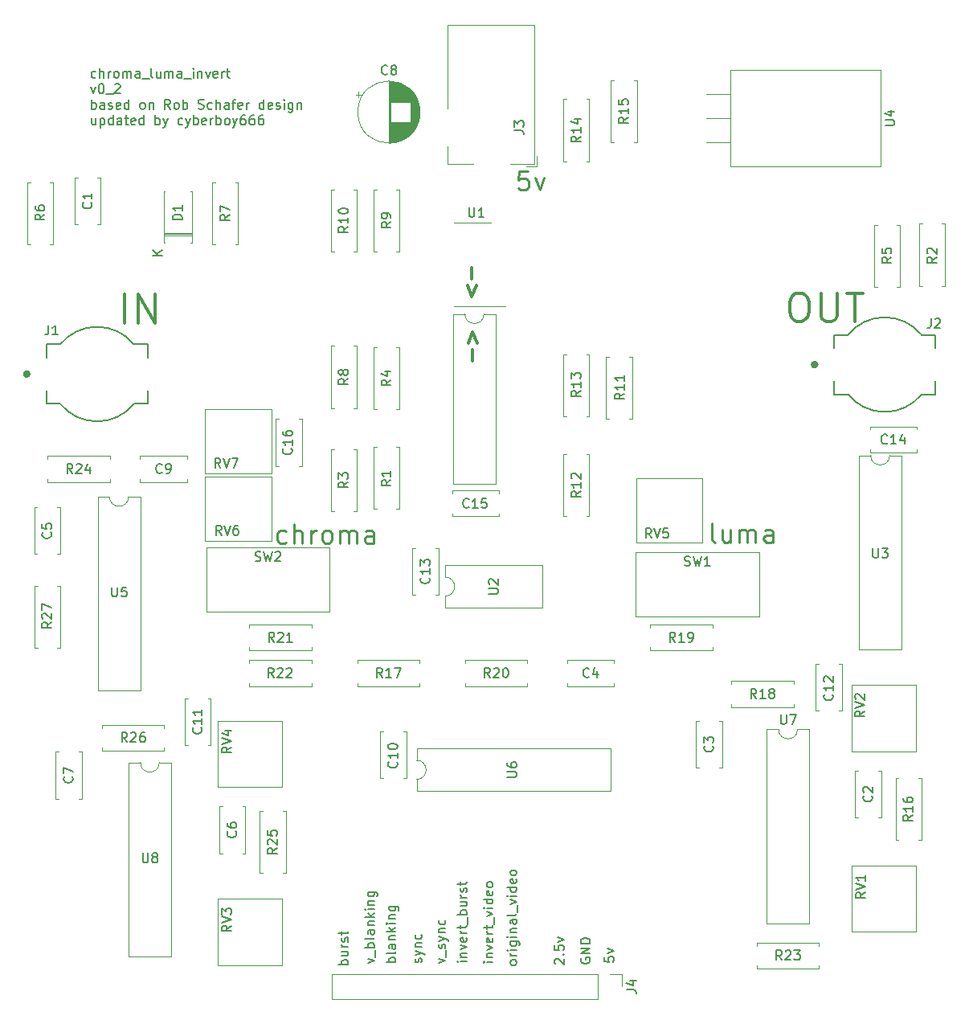
<source format=gbr>
G04 #@! TF.GenerationSoftware,KiCad,Pcbnew,(5.1.4-0-10_14)*
G04 #@! TF.CreationDate,2021-06-29T18:28:10+12:00*
G04 #@! TF.ProjectId,chroma_luma_invert,6368726f-6d61-45f6-9c75-6d615f696e76,rev?*
G04 #@! TF.SameCoordinates,Original*
G04 #@! TF.FileFunction,Legend,Top*
G04 #@! TF.FilePolarity,Positive*
%FSLAX46Y46*%
G04 Gerber Fmt 4.6, Leading zero omitted, Abs format (unit mm)*
G04 Created by KiCad (PCBNEW (5.1.4-0-10_14)) date 2021-06-29 18:28:10*
%MOMM*%
%LPD*%
G04 APERTURE LIST*
%ADD10C,0.300000*%
%ADD11C,0.350000*%
%ADD12C,0.150000*%
%ADD13C,0.250000*%
%ADD14C,0.120000*%
%ADD15C,0.400000*%
%ADD16C,0.127000*%
G04 APERTURE END LIST*
D10*
X153521428Y-64742857D02*
X153092857Y-63600000D01*
X152664285Y-64742857D01*
X153092857Y-65457142D02*
X153092857Y-66600000D01*
X152578571Y-58657142D02*
X153007142Y-59800000D01*
X153435714Y-58657142D01*
X153007142Y-57942857D02*
X153007142Y-56800000D01*
D11*
X187200000Y-59457142D02*
X187771428Y-59457142D01*
X188057142Y-59600000D01*
X188342857Y-59885714D01*
X188485714Y-60457142D01*
X188485714Y-61457142D01*
X188342857Y-62028571D01*
X188057142Y-62314285D01*
X187771428Y-62457142D01*
X187200000Y-62457142D01*
X186914285Y-62314285D01*
X186628571Y-62028571D01*
X186485714Y-61457142D01*
X186485714Y-60457142D01*
X186628571Y-59885714D01*
X186914285Y-59600000D01*
X187200000Y-59457142D01*
X189771428Y-59457142D02*
X189771428Y-61885714D01*
X189914285Y-62171428D01*
X190057142Y-62314285D01*
X190342857Y-62457142D01*
X190914285Y-62457142D01*
X191200000Y-62314285D01*
X191342857Y-62171428D01*
X191485714Y-61885714D01*
X191485714Y-59457142D01*
X192485714Y-59457142D02*
X194200000Y-59457142D01*
X193342857Y-62457142D02*
X193342857Y-59457142D01*
D12*
X113364166Y-36729761D02*
X113268928Y-36777380D01*
X113078452Y-36777380D01*
X112983214Y-36729761D01*
X112935595Y-36682142D01*
X112887976Y-36586904D01*
X112887976Y-36301190D01*
X112935595Y-36205952D01*
X112983214Y-36158333D01*
X113078452Y-36110714D01*
X113268928Y-36110714D01*
X113364166Y-36158333D01*
X113792738Y-36777380D02*
X113792738Y-35777380D01*
X114221309Y-36777380D02*
X114221309Y-36253571D01*
X114173690Y-36158333D01*
X114078452Y-36110714D01*
X113935595Y-36110714D01*
X113840357Y-36158333D01*
X113792738Y-36205952D01*
X114697500Y-36777380D02*
X114697500Y-36110714D01*
X114697500Y-36301190D02*
X114745119Y-36205952D01*
X114792738Y-36158333D01*
X114887976Y-36110714D01*
X114983214Y-36110714D01*
X115459404Y-36777380D02*
X115364166Y-36729761D01*
X115316547Y-36682142D01*
X115268928Y-36586904D01*
X115268928Y-36301190D01*
X115316547Y-36205952D01*
X115364166Y-36158333D01*
X115459404Y-36110714D01*
X115602261Y-36110714D01*
X115697500Y-36158333D01*
X115745119Y-36205952D01*
X115792738Y-36301190D01*
X115792738Y-36586904D01*
X115745119Y-36682142D01*
X115697500Y-36729761D01*
X115602261Y-36777380D01*
X115459404Y-36777380D01*
X116221309Y-36777380D02*
X116221309Y-36110714D01*
X116221309Y-36205952D02*
X116268928Y-36158333D01*
X116364166Y-36110714D01*
X116507023Y-36110714D01*
X116602261Y-36158333D01*
X116649880Y-36253571D01*
X116649880Y-36777380D01*
X116649880Y-36253571D02*
X116697500Y-36158333D01*
X116792738Y-36110714D01*
X116935595Y-36110714D01*
X117030833Y-36158333D01*
X117078452Y-36253571D01*
X117078452Y-36777380D01*
X117983214Y-36777380D02*
X117983214Y-36253571D01*
X117935595Y-36158333D01*
X117840357Y-36110714D01*
X117649880Y-36110714D01*
X117554642Y-36158333D01*
X117983214Y-36729761D02*
X117887976Y-36777380D01*
X117649880Y-36777380D01*
X117554642Y-36729761D01*
X117507023Y-36634523D01*
X117507023Y-36539285D01*
X117554642Y-36444047D01*
X117649880Y-36396428D01*
X117887976Y-36396428D01*
X117983214Y-36348809D01*
X118221309Y-36872619D02*
X118983214Y-36872619D01*
X119364166Y-36777380D02*
X119268928Y-36729761D01*
X119221309Y-36634523D01*
X119221309Y-35777380D01*
X120173690Y-36110714D02*
X120173690Y-36777380D01*
X119745119Y-36110714D02*
X119745119Y-36634523D01*
X119792738Y-36729761D01*
X119887976Y-36777380D01*
X120030833Y-36777380D01*
X120126071Y-36729761D01*
X120173690Y-36682142D01*
X120649880Y-36777380D02*
X120649880Y-36110714D01*
X120649880Y-36205952D02*
X120697500Y-36158333D01*
X120792738Y-36110714D01*
X120935595Y-36110714D01*
X121030833Y-36158333D01*
X121078452Y-36253571D01*
X121078452Y-36777380D01*
X121078452Y-36253571D02*
X121126071Y-36158333D01*
X121221309Y-36110714D01*
X121364166Y-36110714D01*
X121459404Y-36158333D01*
X121507023Y-36253571D01*
X121507023Y-36777380D01*
X122411785Y-36777380D02*
X122411785Y-36253571D01*
X122364166Y-36158333D01*
X122268928Y-36110714D01*
X122078452Y-36110714D01*
X121983214Y-36158333D01*
X122411785Y-36729761D02*
X122316547Y-36777380D01*
X122078452Y-36777380D01*
X121983214Y-36729761D01*
X121935595Y-36634523D01*
X121935595Y-36539285D01*
X121983214Y-36444047D01*
X122078452Y-36396428D01*
X122316547Y-36396428D01*
X122411785Y-36348809D01*
X122649880Y-36872619D02*
X123411785Y-36872619D01*
X123649880Y-36777380D02*
X123649880Y-36110714D01*
X123649880Y-35777380D02*
X123602261Y-35825000D01*
X123649880Y-35872619D01*
X123697500Y-35825000D01*
X123649880Y-35777380D01*
X123649880Y-35872619D01*
X124126071Y-36110714D02*
X124126071Y-36777380D01*
X124126071Y-36205952D02*
X124173690Y-36158333D01*
X124268928Y-36110714D01*
X124411785Y-36110714D01*
X124507023Y-36158333D01*
X124554642Y-36253571D01*
X124554642Y-36777380D01*
X124935595Y-36110714D02*
X125173690Y-36777380D01*
X125411785Y-36110714D01*
X126173690Y-36729761D02*
X126078452Y-36777380D01*
X125887976Y-36777380D01*
X125792738Y-36729761D01*
X125745119Y-36634523D01*
X125745119Y-36253571D01*
X125792738Y-36158333D01*
X125887976Y-36110714D01*
X126078452Y-36110714D01*
X126173690Y-36158333D01*
X126221309Y-36253571D01*
X126221309Y-36348809D01*
X125745119Y-36444047D01*
X126649880Y-36777380D02*
X126649880Y-36110714D01*
X126649880Y-36301190D02*
X126697500Y-36205952D01*
X126745119Y-36158333D01*
X126840357Y-36110714D01*
X126935595Y-36110714D01*
X127126071Y-36110714D02*
X127507023Y-36110714D01*
X127268928Y-35777380D02*
X127268928Y-36634523D01*
X127316547Y-36729761D01*
X127411785Y-36777380D01*
X127507023Y-36777380D01*
X112840357Y-37760714D02*
X113078452Y-38427380D01*
X113316547Y-37760714D01*
X113887976Y-37427380D02*
X113983214Y-37427380D01*
X114078452Y-37475000D01*
X114126071Y-37522619D01*
X114173690Y-37617857D01*
X114221309Y-37808333D01*
X114221309Y-38046428D01*
X114173690Y-38236904D01*
X114126071Y-38332142D01*
X114078452Y-38379761D01*
X113983214Y-38427380D01*
X113887976Y-38427380D01*
X113792738Y-38379761D01*
X113745119Y-38332142D01*
X113697500Y-38236904D01*
X113649880Y-38046428D01*
X113649880Y-37808333D01*
X113697500Y-37617857D01*
X113745119Y-37522619D01*
X113792738Y-37475000D01*
X113887976Y-37427380D01*
X114411785Y-38522619D02*
X115173690Y-38522619D01*
X115364166Y-37522619D02*
X115411785Y-37475000D01*
X115507023Y-37427380D01*
X115745119Y-37427380D01*
X115840357Y-37475000D01*
X115887976Y-37522619D01*
X115935595Y-37617857D01*
X115935595Y-37713095D01*
X115887976Y-37855952D01*
X115316547Y-38427380D01*
X115935595Y-38427380D01*
X112935595Y-40077380D02*
X112935595Y-39077380D01*
X112935595Y-39458333D02*
X113030833Y-39410714D01*
X113221309Y-39410714D01*
X113316547Y-39458333D01*
X113364166Y-39505952D01*
X113411785Y-39601190D01*
X113411785Y-39886904D01*
X113364166Y-39982142D01*
X113316547Y-40029761D01*
X113221309Y-40077380D01*
X113030833Y-40077380D01*
X112935595Y-40029761D01*
X114268928Y-40077380D02*
X114268928Y-39553571D01*
X114221309Y-39458333D01*
X114126071Y-39410714D01*
X113935595Y-39410714D01*
X113840357Y-39458333D01*
X114268928Y-40029761D02*
X114173690Y-40077380D01*
X113935595Y-40077380D01*
X113840357Y-40029761D01*
X113792738Y-39934523D01*
X113792738Y-39839285D01*
X113840357Y-39744047D01*
X113935595Y-39696428D01*
X114173690Y-39696428D01*
X114268928Y-39648809D01*
X114697500Y-40029761D02*
X114792738Y-40077380D01*
X114983214Y-40077380D01*
X115078452Y-40029761D01*
X115126071Y-39934523D01*
X115126071Y-39886904D01*
X115078452Y-39791666D01*
X114983214Y-39744047D01*
X114840357Y-39744047D01*
X114745119Y-39696428D01*
X114697500Y-39601190D01*
X114697500Y-39553571D01*
X114745119Y-39458333D01*
X114840357Y-39410714D01*
X114983214Y-39410714D01*
X115078452Y-39458333D01*
X115935595Y-40029761D02*
X115840357Y-40077380D01*
X115649880Y-40077380D01*
X115554642Y-40029761D01*
X115507023Y-39934523D01*
X115507023Y-39553571D01*
X115554642Y-39458333D01*
X115649880Y-39410714D01*
X115840357Y-39410714D01*
X115935595Y-39458333D01*
X115983214Y-39553571D01*
X115983214Y-39648809D01*
X115507023Y-39744047D01*
X116840357Y-40077380D02*
X116840357Y-39077380D01*
X116840357Y-40029761D02*
X116745119Y-40077380D01*
X116554642Y-40077380D01*
X116459404Y-40029761D01*
X116411785Y-39982142D01*
X116364166Y-39886904D01*
X116364166Y-39601190D01*
X116411785Y-39505952D01*
X116459404Y-39458333D01*
X116554642Y-39410714D01*
X116745119Y-39410714D01*
X116840357Y-39458333D01*
X118221309Y-40077380D02*
X118126071Y-40029761D01*
X118078452Y-39982142D01*
X118030833Y-39886904D01*
X118030833Y-39601190D01*
X118078452Y-39505952D01*
X118126071Y-39458333D01*
X118221309Y-39410714D01*
X118364166Y-39410714D01*
X118459404Y-39458333D01*
X118507023Y-39505952D01*
X118554642Y-39601190D01*
X118554642Y-39886904D01*
X118507023Y-39982142D01*
X118459404Y-40029761D01*
X118364166Y-40077380D01*
X118221309Y-40077380D01*
X118983214Y-39410714D02*
X118983214Y-40077380D01*
X118983214Y-39505952D02*
X119030833Y-39458333D01*
X119126071Y-39410714D01*
X119268928Y-39410714D01*
X119364166Y-39458333D01*
X119411785Y-39553571D01*
X119411785Y-40077380D01*
X121221309Y-40077380D02*
X120887976Y-39601190D01*
X120649880Y-40077380D02*
X120649880Y-39077380D01*
X121030833Y-39077380D01*
X121126071Y-39125000D01*
X121173690Y-39172619D01*
X121221309Y-39267857D01*
X121221309Y-39410714D01*
X121173690Y-39505952D01*
X121126071Y-39553571D01*
X121030833Y-39601190D01*
X120649880Y-39601190D01*
X121792738Y-40077380D02*
X121697500Y-40029761D01*
X121649880Y-39982142D01*
X121602261Y-39886904D01*
X121602261Y-39601190D01*
X121649880Y-39505952D01*
X121697500Y-39458333D01*
X121792738Y-39410714D01*
X121935595Y-39410714D01*
X122030833Y-39458333D01*
X122078452Y-39505952D01*
X122126071Y-39601190D01*
X122126071Y-39886904D01*
X122078452Y-39982142D01*
X122030833Y-40029761D01*
X121935595Y-40077380D01*
X121792738Y-40077380D01*
X122554642Y-40077380D02*
X122554642Y-39077380D01*
X122554642Y-39458333D02*
X122649880Y-39410714D01*
X122840357Y-39410714D01*
X122935595Y-39458333D01*
X122983214Y-39505952D01*
X123030833Y-39601190D01*
X123030833Y-39886904D01*
X122983214Y-39982142D01*
X122935595Y-40029761D01*
X122840357Y-40077380D01*
X122649880Y-40077380D01*
X122554642Y-40029761D01*
X124173690Y-40029761D02*
X124316547Y-40077380D01*
X124554642Y-40077380D01*
X124649880Y-40029761D01*
X124697500Y-39982142D01*
X124745119Y-39886904D01*
X124745119Y-39791666D01*
X124697500Y-39696428D01*
X124649880Y-39648809D01*
X124554642Y-39601190D01*
X124364166Y-39553571D01*
X124268928Y-39505952D01*
X124221309Y-39458333D01*
X124173690Y-39363095D01*
X124173690Y-39267857D01*
X124221309Y-39172619D01*
X124268928Y-39125000D01*
X124364166Y-39077380D01*
X124602261Y-39077380D01*
X124745119Y-39125000D01*
X125602261Y-40029761D02*
X125507023Y-40077380D01*
X125316547Y-40077380D01*
X125221309Y-40029761D01*
X125173690Y-39982142D01*
X125126071Y-39886904D01*
X125126071Y-39601190D01*
X125173690Y-39505952D01*
X125221309Y-39458333D01*
X125316547Y-39410714D01*
X125507023Y-39410714D01*
X125602261Y-39458333D01*
X126030833Y-40077380D02*
X126030833Y-39077380D01*
X126459404Y-40077380D02*
X126459404Y-39553571D01*
X126411785Y-39458333D01*
X126316547Y-39410714D01*
X126173690Y-39410714D01*
X126078452Y-39458333D01*
X126030833Y-39505952D01*
X127364166Y-40077380D02*
X127364166Y-39553571D01*
X127316547Y-39458333D01*
X127221309Y-39410714D01*
X127030833Y-39410714D01*
X126935595Y-39458333D01*
X127364166Y-40029761D02*
X127268928Y-40077380D01*
X127030833Y-40077380D01*
X126935595Y-40029761D01*
X126887976Y-39934523D01*
X126887976Y-39839285D01*
X126935595Y-39744047D01*
X127030833Y-39696428D01*
X127268928Y-39696428D01*
X127364166Y-39648809D01*
X127697500Y-39410714D02*
X128078452Y-39410714D01*
X127840357Y-40077380D02*
X127840357Y-39220238D01*
X127887976Y-39125000D01*
X127983214Y-39077380D01*
X128078452Y-39077380D01*
X128792738Y-40029761D02*
X128697500Y-40077380D01*
X128507023Y-40077380D01*
X128411785Y-40029761D01*
X128364166Y-39934523D01*
X128364166Y-39553571D01*
X128411785Y-39458333D01*
X128507023Y-39410714D01*
X128697500Y-39410714D01*
X128792738Y-39458333D01*
X128840357Y-39553571D01*
X128840357Y-39648809D01*
X128364166Y-39744047D01*
X129268928Y-40077380D02*
X129268928Y-39410714D01*
X129268928Y-39601190D02*
X129316547Y-39505952D01*
X129364166Y-39458333D01*
X129459404Y-39410714D01*
X129554642Y-39410714D01*
X131078452Y-40077380D02*
X131078452Y-39077380D01*
X131078452Y-40029761D02*
X130983214Y-40077380D01*
X130792738Y-40077380D01*
X130697500Y-40029761D01*
X130649880Y-39982142D01*
X130602261Y-39886904D01*
X130602261Y-39601190D01*
X130649880Y-39505952D01*
X130697500Y-39458333D01*
X130792738Y-39410714D01*
X130983214Y-39410714D01*
X131078452Y-39458333D01*
X131935595Y-40029761D02*
X131840357Y-40077380D01*
X131649880Y-40077380D01*
X131554642Y-40029761D01*
X131507023Y-39934523D01*
X131507023Y-39553571D01*
X131554642Y-39458333D01*
X131649880Y-39410714D01*
X131840357Y-39410714D01*
X131935595Y-39458333D01*
X131983214Y-39553571D01*
X131983214Y-39648809D01*
X131507023Y-39744047D01*
X132364166Y-40029761D02*
X132459404Y-40077380D01*
X132649880Y-40077380D01*
X132745119Y-40029761D01*
X132792738Y-39934523D01*
X132792738Y-39886904D01*
X132745119Y-39791666D01*
X132649880Y-39744047D01*
X132507023Y-39744047D01*
X132411785Y-39696428D01*
X132364166Y-39601190D01*
X132364166Y-39553571D01*
X132411785Y-39458333D01*
X132507023Y-39410714D01*
X132649880Y-39410714D01*
X132745119Y-39458333D01*
X133221309Y-40077380D02*
X133221309Y-39410714D01*
X133221309Y-39077380D02*
X133173690Y-39125000D01*
X133221309Y-39172619D01*
X133268928Y-39125000D01*
X133221309Y-39077380D01*
X133221309Y-39172619D01*
X134126071Y-39410714D02*
X134126071Y-40220238D01*
X134078452Y-40315476D01*
X134030833Y-40363095D01*
X133935595Y-40410714D01*
X133792738Y-40410714D01*
X133697500Y-40363095D01*
X134126071Y-40029761D02*
X134030833Y-40077380D01*
X133840357Y-40077380D01*
X133745119Y-40029761D01*
X133697500Y-39982142D01*
X133649880Y-39886904D01*
X133649880Y-39601190D01*
X133697500Y-39505952D01*
X133745119Y-39458333D01*
X133840357Y-39410714D01*
X134030833Y-39410714D01*
X134126071Y-39458333D01*
X134602261Y-39410714D02*
X134602261Y-40077380D01*
X134602261Y-39505952D02*
X134649880Y-39458333D01*
X134745119Y-39410714D01*
X134887976Y-39410714D01*
X134983214Y-39458333D01*
X135030833Y-39553571D01*
X135030833Y-40077380D01*
X113364166Y-41060714D02*
X113364166Y-41727380D01*
X112935595Y-41060714D02*
X112935595Y-41584523D01*
X112983214Y-41679761D01*
X113078452Y-41727380D01*
X113221309Y-41727380D01*
X113316547Y-41679761D01*
X113364166Y-41632142D01*
X113840357Y-41060714D02*
X113840357Y-42060714D01*
X113840357Y-41108333D02*
X113935595Y-41060714D01*
X114126071Y-41060714D01*
X114221309Y-41108333D01*
X114268928Y-41155952D01*
X114316547Y-41251190D01*
X114316547Y-41536904D01*
X114268928Y-41632142D01*
X114221309Y-41679761D01*
X114126071Y-41727380D01*
X113935595Y-41727380D01*
X113840357Y-41679761D01*
X115173690Y-41727380D02*
X115173690Y-40727380D01*
X115173690Y-41679761D02*
X115078452Y-41727380D01*
X114887976Y-41727380D01*
X114792738Y-41679761D01*
X114745119Y-41632142D01*
X114697500Y-41536904D01*
X114697500Y-41251190D01*
X114745119Y-41155952D01*
X114792738Y-41108333D01*
X114887976Y-41060714D01*
X115078452Y-41060714D01*
X115173690Y-41108333D01*
X116078452Y-41727380D02*
X116078452Y-41203571D01*
X116030833Y-41108333D01*
X115935595Y-41060714D01*
X115745119Y-41060714D01*
X115649880Y-41108333D01*
X116078452Y-41679761D02*
X115983214Y-41727380D01*
X115745119Y-41727380D01*
X115649880Y-41679761D01*
X115602261Y-41584523D01*
X115602261Y-41489285D01*
X115649880Y-41394047D01*
X115745119Y-41346428D01*
X115983214Y-41346428D01*
X116078452Y-41298809D01*
X116411785Y-41060714D02*
X116792738Y-41060714D01*
X116554642Y-40727380D02*
X116554642Y-41584523D01*
X116602261Y-41679761D01*
X116697500Y-41727380D01*
X116792738Y-41727380D01*
X117507023Y-41679761D02*
X117411785Y-41727380D01*
X117221309Y-41727380D01*
X117126071Y-41679761D01*
X117078452Y-41584523D01*
X117078452Y-41203571D01*
X117126071Y-41108333D01*
X117221309Y-41060714D01*
X117411785Y-41060714D01*
X117507023Y-41108333D01*
X117554642Y-41203571D01*
X117554642Y-41298809D01*
X117078452Y-41394047D01*
X118411785Y-41727380D02*
X118411785Y-40727380D01*
X118411785Y-41679761D02*
X118316547Y-41727380D01*
X118126071Y-41727380D01*
X118030833Y-41679761D01*
X117983214Y-41632142D01*
X117935595Y-41536904D01*
X117935595Y-41251190D01*
X117983214Y-41155952D01*
X118030833Y-41108333D01*
X118126071Y-41060714D01*
X118316547Y-41060714D01*
X118411785Y-41108333D01*
X119649880Y-41727380D02*
X119649880Y-40727380D01*
X119649880Y-41108333D02*
X119745119Y-41060714D01*
X119935595Y-41060714D01*
X120030833Y-41108333D01*
X120078452Y-41155952D01*
X120126071Y-41251190D01*
X120126071Y-41536904D01*
X120078452Y-41632142D01*
X120030833Y-41679761D01*
X119935595Y-41727380D01*
X119745119Y-41727380D01*
X119649880Y-41679761D01*
X120459404Y-41060714D02*
X120697500Y-41727380D01*
X120935595Y-41060714D02*
X120697500Y-41727380D01*
X120602261Y-41965476D01*
X120554642Y-42013095D01*
X120459404Y-42060714D01*
X122507023Y-41679761D02*
X122411785Y-41727380D01*
X122221309Y-41727380D01*
X122126071Y-41679761D01*
X122078452Y-41632142D01*
X122030833Y-41536904D01*
X122030833Y-41251190D01*
X122078452Y-41155952D01*
X122126071Y-41108333D01*
X122221309Y-41060714D01*
X122411785Y-41060714D01*
X122507023Y-41108333D01*
X122840357Y-41060714D02*
X123078452Y-41727380D01*
X123316547Y-41060714D02*
X123078452Y-41727380D01*
X122983214Y-41965476D01*
X122935595Y-42013095D01*
X122840357Y-42060714D01*
X123697500Y-41727380D02*
X123697500Y-40727380D01*
X123697500Y-41108333D02*
X123792738Y-41060714D01*
X123983214Y-41060714D01*
X124078452Y-41108333D01*
X124126071Y-41155952D01*
X124173690Y-41251190D01*
X124173690Y-41536904D01*
X124126071Y-41632142D01*
X124078452Y-41679761D01*
X123983214Y-41727380D01*
X123792738Y-41727380D01*
X123697500Y-41679761D01*
X124983214Y-41679761D02*
X124887976Y-41727380D01*
X124697500Y-41727380D01*
X124602261Y-41679761D01*
X124554642Y-41584523D01*
X124554642Y-41203571D01*
X124602261Y-41108333D01*
X124697500Y-41060714D01*
X124887976Y-41060714D01*
X124983214Y-41108333D01*
X125030833Y-41203571D01*
X125030833Y-41298809D01*
X124554642Y-41394047D01*
X125459404Y-41727380D02*
X125459404Y-41060714D01*
X125459404Y-41251190D02*
X125507023Y-41155952D01*
X125554642Y-41108333D01*
X125649880Y-41060714D01*
X125745119Y-41060714D01*
X126078452Y-41727380D02*
X126078452Y-40727380D01*
X126078452Y-41108333D02*
X126173690Y-41060714D01*
X126364166Y-41060714D01*
X126459404Y-41108333D01*
X126507023Y-41155952D01*
X126554642Y-41251190D01*
X126554642Y-41536904D01*
X126507023Y-41632142D01*
X126459404Y-41679761D01*
X126364166Y-41727380D01*
X126173690Y-41727380D01*
X126078452Y-41679761D01*
X127126071Y-41727380D02*
X127030833Y-41679761D01*
X126983214Y-41632142D01*
X126935595Y-41536904D01*
X126935595Y-41251190D01*
X126983214Y-41155952D01*
X127030833Y-41108333D01*
X127126071Y-41060714D01*
X127268928Y-41060714D01*
X127364166Y-41108333D01*
X127411785Y-41155952D01*
X127459404Y-41251190D01*
X127459404Y-41536904D01*
X127411785Y-41632142D01*
X127364166Y-41679761D01*
X127268928Y-41727380D01*
X127126071Y-41727380D01*
X127792738Y-41060714D02*
X128030833Y-41727380D01*
X128268928Y-41060714D02*
X128030833Y-41727380D01*
X127935595Y-41965476D01*
X127887976Y-42013095D01*
X127792738Y-42060714D01*
X129078452Y-40727380D02*
X128887976Y-40727380D01*
X128792738Y-40775000D01*
X128745119Y-40822619D01*
X128649880Y-40965476D01*
X128602261Y-41155952D01*
X128602261Y-41536904D01*
X128649880Y-41632142D01*
X128697500Y-41679761D01*
X128792738Y-41727380D01*
X128983214Y-41727380D01*
X129078452Y-41679761D01*
X129126071Y-41632142D01*
X129173690Y-41536904D01*
X129173690Y-41298809D01*
X129126071Y-41203571D01*
X129078452Y-41155952D01*
X128983214Y-41108333D01*
X128792738Y-41108333D01*
X128697500Y-41155952D01*
X128649880Y-41203571D01*
X128602261Y-41298809D01*
X130030833Y-40727380D02*
X129840357Y-40727380D01*
X129745119Y-40775000D01*
X129697500Y-40822619D01*
X129602261Y-40965476D01*
X129554642Y-41155952D01*
X129554642Y-41536904D01*
X129602261Y-41632142D01*
X129649880Y-41679761D01*
X129745119Y-41727380D01*
X129935595Y-41727380D01*
X130030833Y-41679761D01*
X130078452Y-41632142D01*
X130126071Y-41536904D01*
X130126071Y-41298809D01*
X130078452Y-41203571D01*
X130030833Y-41155952D01*
X129935595Y-41108333D01*
X129745119Y-41108333D01*
X129649880Y-41155952D01*
X129602261Y-41203571D01*
X129554642Y-41298809D01*
X130983214Y-40727380D02*
X130792738Y-40727380D01*
X130697500Y-40775000D01*
X130649880Y-40822619D01*
X130554642Y-40965476D01*
X130507023Y-41155952D01*
X130507023Y-41536904D01*
X130554642Y-41632142D01*
X130602261Y-41679761D01*
X130697500Y-41727380D01*
X130887976Y-41727380D01*
X130983214Y-41679761D01*
X131030833Y-41632142D01*
X131078452Y-41536904D01*
X131078452Y-41298809D01*
X131030833Y-41203571D01*
X130983214Y-41155952D01*
X130887976Y-41108333D01*
X130697500Y-41108333D01*
X130602261Y-41155952D01*
X130554642Y-41203571D01*
X130507023Y-41298809D01*
X164500000Y-129511904D02*
X164452380Y-129607142D01*
X164452380Y-129750000D01*
X164500000Y-129892857D01*
X164595238Y-129988095D01*
X164690476Y-130035714D01*
X164880952Y-130083333D01*
X165023809Y-130083333D01*
X165214285Y-130035714D01*
X165309523Y-129988095D01*
X165404761Y-129892857D01*
X165452380Y-129750000D01*
X165452380Y-129654761D01*
X165404761Y-129511904D01*
X165357142Y-129464285D01*
X165023809Y-129464285D01*
X165023809Y-129654761D01*
X165452380Y-129035714D02*
X164452380Y-129035714D01*
X165452380Y-128464285D01*
X164452380Y-128464285D01*
X165452380Y-127988095D02*
X164452380Y-127988095D01*
X164452380Y-127750000D01*
X164500000Y-127607142D01*
X164595238Y-127511904D01*
X164690476Y-127464285D01*
X164880952Y-127416666D01*
X165023809Y-127416666D01*
X165214285Y-127464285D01*
X165309523Y-127511904D01*
X165404761Y-127607142D01*
X165452380Y-127750000D01*
X165452380Y-127988095D01*
X166952380Y-129392857D02*
X166952380Y-129869047D01*
X167428571Y-129916666D01*
X167380952Y-129869047D01*
X167333333Y-129773809D01*
X167333333Y-129535714D01*
X167380952Y-129440476D01*
X167428571Y-129392857D01*
X167523809Y-129345238D01*
X167761904Y-129345238D01*
X167857142Y-129392857D01*
X167904761Y-129440476D01*
X167952380Y-129535714D01*
X167952380Y-129773809D01*
X167904761Y-129869047D01*
X167857142Y-129916666D01*
X167285714Y-129011904D02*
X167952380Y-128773809D01*
X167285714Y-128535714D01*
X161797619Y-130130952D02*
X161750000Y-130083333D01*
X161702380Y-129988095D01*
X161702380Y-129750000D01*
X161750000Y-129654761D01*
X161797619Y-129607142D01*
X161892857Y-129559523D01*
X161988095Y-129559523D01*
X162130952Y-129607142D01*
X162702380Y-130178571D01*
X162702380Y-129559523D01*
X162607142Y-129130952D02*
X162654761Y-129083333D01*
X162702380Y-129130952D01*
X162654761Y-129178571D01*
X162607142Y-129130952D01*
X162702380Y-129130952D01*
X161702380Y-128178571D02*
X161702380Y-128654761D01*
X162178571Y-128702380D01*
X162130952Y-128654761D01*
X162083333Y-128559523D01*
X162083333Y-128321428D01*
X162130952Y-128226190D01*
X162178571Y-128178571D01*
X162273809Y-128130952D01*
X162511904Y-128130952D01*
X162607142Y-128178571D01*
X162654761Y-128226190D01*
X162702380Y-128321428D01*
X162702380Y-128559523D01*
X162654761Y-128654761D01*
X162607142Y-128702380D01*
X162035714Y-127797619D02*
X162702380Y-127559523D01*
X162035714Y-127321428D01*
X157702380Y-130059523D02*
X157654761Y-130154761D01*
X157607142Y-130202380D01*
X157511904Y-130250000D01*
X157226190Y-130250000D01*
X157130952Y-130202380D01*
X157083333Y-130154761D01*
X157035714Y-130059523D01*
X157035714Y-129916666D01*
X157083333Y-129821428D01*
X157130952Y-129773809D01*
X157226190Y-129726190D01*
X157511904Y-129726190D01*
X157607142Y-129773809D01*
X157654761Y-129821428D01*
X157702380Y-129916666D01*
X157702380Y-130059523D01*
X157702380Y-129297619D02*
X157035714Y-129297619D01*
X157226190Y-129297619D02*
X157130952Y-129250000D01*
X157083333Y-129202380D01*
X157035714Y-129107142D01*
X157035714Y-129011904D01*
X157702380Y-128678571D02*
X157035714Y-128678571D01*
X156702380Y-128678571D02*
X156750000Y-128726190D01*
X156797619Y-128678571D01*
X156750000Y-128630952D01*
X156702380Y-128678571D01*
X156797619Y-128678571D01*
X157035714Y-127773809D02*
X157845238Y-127773809D01*
X157940476Y-127821428D01*
X157988095Y-127869047D01*
X158035714Y-127964285D01*
X158035714Y-128107142D01*
X157988095Y-128202380D01*
X157654761Y-127773809D02*
X157702380Y-127869047D01*
X157702380Y-128059523D01*
X157654761Y-128154761D01*
X157607142Y-128202380D01*
X157511904Y-128250000D01*
X157226190Y-128250000D01*
X157130952Y-128202380D01*
X157083333Y-128154761D01*
X157035714Y-128059523D01*
X157035714Y-127869047D01*
X157083333Y-127773809D01*
X157702380Y-127297619D02*
X157035714Y-127297619D01*
X156702380Y-127297619D02*
X156750000Y-127345238D01*
X156797619Y-127297619D01*
X156750000Y-127250000D01*
X156702380Y-127297619D01*
X156797619Y-127297619D01*
X157035714Y-126821428D02*
X157702380Y-126821428D01*
X157130952Y-126821428D02*
X157083333Y-126773809D01*
X157035714Y-126678571D01*
X157035714Y-126535714D01*
X157083333Y-126440476D01*
X157178571Y-126392857D01*
X157702380Y-126392857D01*
X157702380Y-125488095D02*
X157178571Y-125488095D01*
X157083333Y-125535714D01*
X157035714Y-125630952D01*
X157035714Y-125821428D01*
X157083333Y-125916666D01*
X157654761Y-125488095D02*
X157702380Y-125583333D01*
X157702380Y-125821428D01*
X157654761Y-125916666D01*
X157559523Y-125964285D01*
X157464285Y-125964285D01*
X157369047Y-125916666D01*
X157321428Y-125821428D01*
X157321428Y-125583333D01*
X157273809Y-125488095D01*
X157702380Y-124869047D02*
X157654761Y-124964285D01*
X157559523Y-125011904D01*
X156702380Y-125011904D01*
X157797619Y-124726190D02*
X157797619Y-123964285D01*
X157035714Y-123821428D02*
X157702380Y-123583333D01*
X157035714Y-123345238D01*
X157702380Y-122964285D02*
X157035714Y-122964285D01*
X156702380Y-122964285D02*
X156750000Y-123011904D01*
X156797619Y-122964285D01*
X156750000Y-122916666D01*
X156702380Y-122964285D01*
X156797619Y-122964285D01*
X157702380Y-122059523D02*
X156702380Y-122059523D01*
X157654761Y-122059523D02*
X157702380Y-122154761D01*
X157702380Y-122345238D01*
X157654761Y-122440476D01*
X157607142Y-122488095D01*
X157511904Y-122535714D01*
X157226190Y-122535714D01*
X157130952Y-122488095D01*
X157083333Y-122440476D01*
X157035714Y-122345238D01*
X157035714Y-122154761D01*
X157083333Y-122059523D01*
X157654761Y-121202380D02*
X157702380Y-121297619D01*
X157702380Y-121488095D01*
X157654761Y-121583333D01*
X157559523Y-121630952D01*
X157178571Y-121630952D01*
X157083333Y-121583333D01*
X157035714Y-121488095D01*
X157035714Y-121297619D01*
X157083333Y-121202380D01*
X157178571Y-121154761D01*
X157273809Y-121154761D01*
X157369047Y-121630952D01*
X157702380Y-120583333D02*
X157654761Y-120678571D01*
X157607142Y-120726190D01*
X157511904Y-120773809D01*
X157226190Y-120773809D01*
X157130952Y-120726190D01*
X157083333Y-120678571D01*
X157035714Y-120583333D01*
X157035714Y-120440476D01*
X157083333Y-120345238D01*
X157130952Y-120297619D01*
X157226190Y-120250000D01*
X157511904Y-120250000D01*
X157607142Y-120297619D01*
X157654761Y-120345238D01*
X157702380Y-120440476D01*
X157702380Y-120583333D01*
X155202380Y-129940476D02*
X154535714Y-129940476D01*
X154202380Y-129940476D02*
X154250000Y-129988095D01*
X154297619Y-129940476D01*
X154250000Y-129892857D01*
X154202380Y-129940476D01*
X154297619Y-129940476D01*
X154535714Y-129464285D02*
X155202380Y-129464285D01*
X154630952Y-129464285D02*
X154583333Y-129416666D01*
X154535714Y-129321428D01*
X154535714Y-129178571D01*
X154583333Y-129083333D01*
X154678571Y-129035714D01*
X155202380Y-129035714D01*
X154535714Y-128654761D02*
X155202380Y-128416666D01*
X154535714Y-128178571D01*
X155154761Y-127416666D02*
X155202380Y-127511904D01*
X155202380Y-127702380D01*
X155154761Y-127797619D01*
X155059523Y-127845238D01*
X154678571Y-127845238D01*
X154583333Y-127797619D01*
X154535714Y-127702380D01*
X154535714Y-127511904D01*
X154583333Y-127416666D01*
X154678571Y-127369047D01*
X154773809Y-127369047D01*
X154869047Y-127845238D01*
X155202380Y-126940476D02*
X154535714Y-126940476D01*
X154726190Y-126940476D02*
X154630952Y-126892857D01*
X154583333Y-126845238D01*
X154535714Y-126750000D01*
X154535714Y-126654761D01*
X154535714Y-126464285D02*
X154535714Y-126083333D01*
X154202380Y-126321428D02*
X155059523Y-126321428D01*
X155154761Y-126273809D01*
X155202380Y-126178571D01*
X155202380Y-126083333D01*
X155297619Y-125988095D02*
X155297619Y-125226190D01*
X154535714Y-125083333D02*
X155202380Y-124845238D01*
X154535714Y-124607142D01*
X155202380Y-124226190D02*
X154535714Y-124226190D01*
X154202380Y-124226190D02*
X154250000Y-124273809D01*
X154297619Y-124226190D01*
X154250000Y-124178571D01*
X154202380Y-124226190D01*
X154297619Y-124226190D01*
X155202380Y-123321428D02*
X154202380Y-123321428D01*
X155154761Y-123321428D02*
X155202380Y-123416666D01*
X155202380Y-123607142D01*
X155154761Y-123702380D01*
X155107142Y-123750000D01*
X155011904Y-123797619D01*
X154726190Y-123797619D01*
X154630952Y-123750000D01*
X154583333Y-123702380D01*
X154535714Y-123607142D01*
X154535714Y-123416666D01*
X154583333Y-123321428D01*
X155154761Y-122464285D02*
X155202380Y-122559523D01*
X155202380Y-122750000D01*
X155154761Y-122845238D01*
X155059523Y-122892857D01*
X154678571Y-122892857D01*
X154583333Y-122845238D01*
X154535714Y-122750000D01*
X154535714Y-122559523D01*
X154583333Y-122464285D01*
X154678571Y-122416666D01*
X154773809Y-122416666D01*
X154869047Y-122892857D01*
X155202380Y-121845238D02*
X155154761Y-121940476D01*
X155107142Y-121988095D01*
X155011904Y-122035714D01*
X154726190Y-122035714D01*
X154630952Y-121988095D01*
X154583333Y-121940476D01*
X154535714Y-121845238D01*
X154535714Y-121702380D01*
X154583333Y-121607142D01*
X154630952Y-121559523D01*
X154726190Y-121511904D01*
X155011904Y-121511904D01*
X155107142Y-121559523D01*
X155154761Y-121607142D01*
X155202380Y-121702380D01*
X155202380Y-121845238D01*
X152452380Y-129892857D02*
X151785714Y-129892857D01*
X151452380Y-129892857D02*
X151500000Y-129940476D01*
X151547619Y-129892857D01*
X151500000Y-129845238D01*
X151452380Y-129892857D01*
X151547619Y-129892857D01*
X151785714Y-129416666D02*
X152452380Y-129416666D01*
X151880952Y-129416666D02*
X151833333Y-129369047D01*
X151785714Y-129273809D01*
X151785714Y-129130952D01*
X151833333Y-129035714D01*
X151928571Y-128988095D01*
X152452380Y-128988095D01*
X151785714Y-128607142D02*
X152452380Y-128369047D01*
X151785714Y-128130952D01*
X152404761Y-127369047D02*
X152452380Y-127464285D01*
X152452380Y-127654761D01*
X152404761Y-127750000D01*
X152309523Y-127797619D01*
X151928571Y-127797619D01*
X151833333Y-127750000D01*
X151785714Y-127654761D01*
X151785714Y-127464285D01*
X151833333Y-127369047D01*
X151928571Y-127321428D01*
X152023809Y-127321428D01*
X152119047Y-127797619D01*
X152452380Y-126892857D02*
X151785714Y-126892857D01*
X151976190Y-126892857D02*
X151880952Y-126845238D01*
X151833333Y-126797619D01*
X151785714Y-126702380D01*
X151785714Y-126607142D01*
X151785714Y-126416666D02*
X151785714Y-126035714D01*
X151452380Y-126273809D02*
X152309523Y-126273809D01*
X152404761Y-126226190D01*
X152452380Y-126130952D01*
X152452380Y-126035714D01*
X152547619Y-125940476D02*
X152547619Y-125178571D01*
X152452380Y-124940476D02*
X151452380Y-124940476D01*
X151833333Y-124940476D02*
X151785714Y-124845238D01*
X151785714Y-124654761D01*
X151833333Y-124559523D01*
X151880952Y-124511904D01*
X151976190Y-124464285D01*
X152261904Y-124464285D01*
X152357142Y-124511904D01*
X152404761Y-124559523D01*
X152452380Y-124654761D01*
X152452380Y-124845238D01*
X152404761Y-124940476D01*
X151785714Y-123607142D02*
X152452380Y-123607142D01*
X151785714Y-124035714D02*
X152309523Y-124035714D01*
X152404761Y-123988095D01*
X152452380Y-123892857D01*
X152452380Y-123750000D01*
X152404761Y-123654761D01*
X152357142Y-123607142D01*
X152452380Y-123130952D02*
X151785714Y-123130952D01*
X151976190Y-123130952D02*
X151880952Y-123083333D01*
X151833333Y-123035714D01*
X151785714Y-122940476D01*
X151785714Y-122845238D01*
X152404761Y-122559523D02*
X152452380Y-122464285D01*
X152452380Y-122273809D01*
X152404761Y-122178571D01*
X152309523Y-122130952D01*
X152261904Y-122130952D01*
X152166666Y-122178571D01*
X152119047Y-122273809D01*
X152119047Y-122416666D01*
X152071428Y-122511904D01*
X151976190Y-122559523D01*
X151928571Y-122559523D01*
X151833333Y-122511904D01*
X151785714Y-122416666D01*
X151785714Y-122273809D01*
X151833333Y-122178571D01*
X151785714Y-121845238D02*
X151785714Y-121464285D01*
X151452380Y-121702380D02*
X152309523Y-121702380D01*
X152404761Y-121654761D01*
X152452380Y-121559523D01*
X152452380Y-121464285D01*
X149535714Y-130035714D02*
X150202380Y-129797619D01*
X149535714Y-129559523D01*
X150297619Y-129416666D02*
X150297619Y-128654761D01*
X150154761Y-128464285D02*
X150202380Y-128369047D01*
X150202380Y-128178571D01*
X150154761Y-128083333D01*
X150059523Y-128035714D01*
X150011904Y-128035714D01*
X149916666Y-128083333D01*
X149869047Y-128178571D01*
X149869047Y-128321428D01*
X149821428Y-128416666D01*
X149726190Y-128464285D01*
X149678571Y-128464285D01*
X149583333Y-128416666D01*
X149535714Y-128321428D01*
X149535714Y-128178571D01*
X149583333Y-128083333D01*
X149535714Y-127702380D02*
X150202380Y-127464285D01*
X149535714Y-127226190D02*
X150202380Y-127464285D01*
X150440476Y-127559523D01*
X150488095Y-127607142D01*
X150535714Y-127702380D01*
X149535714Y-126845238D02*
X150202380Y-126845238D01*
X149630952Y-126845238D02*
X149583333Y-126797619D01*
X149535714Y-126702380D01*
X149535714Y-126559523D01*
X149583333Y-126464285D01*
X149678571Y-126416666D01*
X150202380Y-126416666D01*
X150154761Y-125511904D02*
X150202380Y-125607142D01*
X150202380Y-125797619D01*
X150154761Y-125892857D01*
X150107142Y-125940476D01*
X150011904Y-125988095D01*
X149726190Y-125988095D01*
X149630952Y-125940476D01*
X149583333Y-125892857D01*
X149535714Y-125797619D01*
X149535714Y-125607142D01*
X149583333Y-125511904D01*
X147654761Y-129976190D02*
X147702380Y-129880952D01*
X147702380Y-129690476D01*
X147654761Y-129595238D01*
X147559523Y-129547619D01*
X147511904Y-129547619D01*
X147416666Y-129595238D01*
X147369047Y-129690476D01*
X147369047Y-129833333D01*
X147321428Y-129928571D01*
X147226190Y-129976190D01*
X147178571Y-129976190D01*
X147083333Y-129928571D01*
X147035714Y-129833333D01*
X147035714Y-129690476D01*
X147083333Y-129595238D01*
X147035714Y-129214285D02*
X147702380Y-128976190D01*
X147035714Y-128738095D02*
X147702380Y-128976190D01*
X147940476Y-129071428D01*
X147988095Y-129119047D01*
X148035714Y-129214285D01*
X147035714Y-128357142D02*
X147702380Y-128357142D01*
X147130952Y-128357142D02*
X147083333Y-128309523D01*
X147035714Y-128214285D01*
X147035714Y-128071428D01*
X147083333Y-127976190D01*
X147178571Y-127928571D01*
X147702380Y-127928571D01*
X147654761Y-127023809D02*
X147702380Y-127119047D01*
X147702380Y-127309523D01*
X147654761Y-127404761D01*
X147607142Y-127452380D01*
X147511904Y-127500000D01*
X147226190Y-127500000D01*
X147130952Y-127452380D01*
X147083333Y-127404761D01*
X147035714Y-127309523D01*
X147035714Y-127119047D01*
X147083333Y-127023809D01*
X144952380Y-129928571D02*
X143952380Y-129928571D01*
X144333333Y-129928571D02*
X144285714Y-129833333D01*
X144285714Y-129642857D01*
X144333333Y-129547619D01*
X144380952Y-129500000D01*
X144476190Y-129452380D01*
X144761904Y-129452380D01*
X144857142Y-129500000D01*
X144904761Y-129547619D01*
X144952380Y-129642857D01*
X144952380Y-129833333D01*
X144904761Y-129928571D01*
X144952380Y-128880952D02*
X144904761Y-128976190D01*
X144809523Y-129023809D01*
X143952380Y-129023809D01*
X144952380Y-128071428D02*
X144428571Y-128071428D01*
X144333333Y-128119047D01*
X144285714Y-128214285D01*
X144285714Y-128404761D01*
X144333333Y-128500000D01*
X144904761Y-128071428D02*
X144952380Y-128166666D01*
X144952380Y-128404761D01*
X144904761Y-128500000D01*
X144809523Y-128547619D01*
X144714285Y-128547619D01*
X144619047Y-128500000D01*
X144571428Y-128404761D01*
X144571428Y-128166666D01*
X144523809Y-128071428D01*
X144285714Y-127595238D02*
X144952380Y-127595238D01*
X144380952Y-127595238D02*
X144333333Y-127547619D01*
X144285714Y-127452380D01*
X144285714Y-127309523D01*
X144333333Y-127214285D01*
X144428571Y-127166666D01*
X144952380Y-127166666D01*
X144952380Y-126690476D02*
X143952380Y-126690476D01*
X144571428Y-126595238D02*
X144952380Y-126309523D01*
X144285714Y-126309523D02*
X144666666Y-126690476D01*
X144952380Y-125880952D02*
X144285714Y-125880952D01*
X143952380Y-125880952D02*
X144000000Y-125928571D01*
X144047619Y-125880952D01*
X144000000Y-125833333D01*
X143952380Y-125880952D01*
X144047619Y-125880952D01*
X144285714Y-125404761D02*
X144952380Y-125404761D01*
X144380952Y-125404761D02*
X144333333Y-125357142D01*
X144285714Y-125261904D01*
X144285714Y-125119047D01*
X144333333Y-125023809D01*
X144428571Y-124976190D01*
X144952380Y-124976190D01*
X144285714Y-124071428D02*
X145095238Y-124071428D01*
X145190476Y-124119047D01*
X145238095Y-124166666D01*
X145285714Y-124261904D01*
X145285714Y-124404761D01*
X145238095Y-124500000D01*
X144904761Y-124071428D02*
X144952380Y-124166666D01*
X144952380Y-124357142D01*
X144904761Y-124452380D01*
X144857142Y-124500000D01*
X144761904Y-124547619D01*
X144476190Y-124547619D01*
X144380952Y-124500000D01*
X144333333Y-124452380D01*
X144285714Y-124357142D01*
X144285714Y-124166666D01*
X144333333Y-124071428D01*
X142035714Y-130035714D02*
X142702380Y-129797619D01*
X142035714Y-129559523D01*
X142797619Y-129416666D02*
X142797619Y-128654761D01*
X142702380Y-128416666D02*
X141702380Y-128416666D01*
X142083333Y-128416666D02*
X142035714Y-128321428D01*
X142035714Y-128130952D01*
X142083333Y-128035714D01*
X142130952Y-127988095D01*
X142226190Y-127940476D01*
X142511904Y-127940476D01*
X142607142Y-127988095D01*
X142654761Y-128035714D01*
X142702380Y-128130952D01*
X142702380Y-128321428D01*
X142654761Y-128416666D01*
X142702380Y-127369047D02*
X142654761Y-127464285D01*
X142559523Y-127511904D01*
X141702380Y-127511904D01*
X142702380Y-126559523D02*
X142178571Y-126559523D01*
X142083333Y-126607142D01*
X142035714Y-126702380D01*
X142035714Y-126892857D01*
X142083333Y-126988095D01*
X142654761Y-126559523D02*
X142702380Y-126654761D01*
X142702380Y-126892857D01*
X142654761Y-126988095D01*
X142559523Y-127035714D01*
X142464285Y-127035714D01*
X142369047Y-126988095D01*
X142321428Y-126892857D01*
X142321428Y-126654761D01*
X142273809Y-126559523D01*
X142035714Y-126083333D02*
X142702380Y-126083333D01*
X142130952Y-126083333D02*
X142083333Y-126035714D01*
X142035714Y-125940476D01*
X142035714Y-125797619D01*
X142083333Y-125702380D01*
X142178571Y-125654761D01*
X142702380Y-125654761D01*
X142702380Y-125178571D02*
X141702380Y-125178571D01*
X142321428Y-125083333D02*
X142702380Y-124797619D01*
X142035714Y-124797619D02*
X142416666Y-125178571D01*
X142702380Y-124369047D02*
X142035714Y-124369047D01*
X141702380Y-124369047D02*
X141750000Y-124416666D01*
X141797619Y-124369047D01*
X141750000Y-124321428D01*
X141702380Y-124369047D01*
X141797619Y-124369047D01*
X142035714Y-123892857D02*
X142702380Y-123892857D01*
X142130952Y-123892857D02*
X142083333Y-123845238D01*
X142035714Y-123750000D01*
X142035714Y-123607142D01*
X142083333Y-123511904D01*
X142178571Y-123464285D01*
X142702380Y-123464285D01*
X142035714Y-122559523D02*
X142845238Y-122559523D01*
X142940476Y-122607142D01*
X142988095Y-122654761D01*
X143035714Y-122750000D01*
X143035714Y-122892857D01*
X142988095Y-122988095D01*
X142654761Y-122559523D02*
X142702380Y-122654761D01*
X142702380Y-122845238D01*
X142654761Y-122940476D01*
X142607142Y-122988095D01*
X142511904Y-123035714D01*
X142226190Y-123035714D01*
X142130952Y-122988095D01*
X142083333Y-122940476D01*
X142035714Y-122845238D01*
X142035714Y-122654761D01*
X142083333Y-122559523D01*
X139952380Y-130166666D02*
X138952380Y-130166666D01*
X139333333Y-130166666D02*
X139285714Y-130071428D01*
X139285714Y-129880952D01*
X139333333Y-129785714D01*
X139380952Y-129738095D01*
X139476190Y-129690476D01*
X139761904Y-129690476D01*
X139857142Y-129738095D01*
X139904761Y-129785714D01*
X139952380Y-129880952D01*
X139952380Y-130071428D01*
X139904761Y-130166666D01*
X139285714Y-128833333D02*
X139952380Y-128833333D01*
X139285714Y-129261904D02*
X139809523Y-129261904D01*
X139904761Y-129214285D01*
X139952380Y-129119047D01*
X139952380Y-128976190D01*
X139904761Y-128880952D01*
X139857142Y-128833333D01*
X139952380Y-128357142D02*
X139285714Y-128357142D01*
X139476190Y-128357142D02*
X139380952Y-128309523D01*
X139333333Y-128261904D01*
X139285714Y-128166666D01*
X139285714Y-128071428D01*
X139904761Y-127785714D02*
X139952380Y-127690476D01*
X139952380Y-127500000D01*
X139904761Y-127404761D01*
X139809523Y-127357142D01*
X139761904Y-127357142D01*
X139666666Y-127404761D01*
X139619047Y-127500000D01*
X139619047Y-127642857D01*
X139571428Y-127738095D01*
X139476190Y-127785714D01*
X139428571Y-127785714D01*
X139333333Y-127738095D01*
X139285714Y-127642857D01*
X139285714Y-127500000D01*
X139333333Y-127404761D01*
X139285714Y-127071428D02*
X139285714Y-126690476D01*
X138952380Y-126928571D02*
X139809523Y-126928571D01*
X139904761Y-126880952D01*
X139952380Y-126785714D01*
X139952380Y-126690476D01*
D13*
X133409523Y-85709523D02*
X133219047Y-85804761D01*
X132838095Y-85804761D01*
X132647619Y-85709523D01*
X132552380Y-85614285D01*
X132457142Y-85423809D01*
X132457142Y-84852380D01*
X132552380Y-84661904D01*
X132647619Y-84566666D01*
X132838095Y-84471428D01*
X133219047Y-84471428D01*
X133409523Y-84566666D01*
X134266666Y-85804761D02*
X134266666Y-83804761D01*
X135123809Y-85804761D02*
X135123809Y-84757142D01*
X135028571Y-84566666D01*
X134838095Y-84471428D01*
X134552380Y-84471428D01*
X134361904Y-84566666D01*
X134266666Y-84661904D01*
X136076190Y-85804761D02*
X136076190Y-84471428D01*
X136076190Y-84852380D02*
X136171428Y-84661904D01*
X136266666Y-84566666D01*
X136457142Y-84471428D01*
X136647619Y-84471428D01*
X137600000Y-85804761D02*
X137409523Y-85709523D01*
X137314285Y-85614285D01*
X137219047Y-85423809D01*
X137219047Y-84852380D01*
X137314285Y-84661904D01*
X137409523Y-84566666D01*
X137600000Y-84471428D01*
X137885714Y-84471428D01*
X138076190Y-84566666D01*
X138171428Y-84661904D01*
X138266666Y-84852380D01*
X138266666Y-85423809D01*
X138171428Y-85614285D01*
X138076190Y-85709523D01*
X137885714Y-85804761D01*
X137600000Y-85804761D01*
X139123809Y-85804761D02*
X139123809Y-84471428D01*
X139123809Y-84661904D02*
X139219047Y-84566666D01*
X139409523Y-84471428D01*
X139695238Y-84471428D01*
X139885714Y-84566666D01*
X139980952Y-84757142D01*
X139980952Y-85804761D01*
X139980952Y-84757142D02*
X140076190Y-84566666D01*
X140266666Y-84471428D01*
X140552380Y-84471428D01*
X140742857Y-84566666D01*
X140838095Y-84757142D01*
X140838095Y-85804761D01*
X142647619Y-85804761D02*
X142647619Y-84757142D01*
X142552380Y-84566666D01*
X142361904Y-84471428D01*
X141980952Y-84471428D01*
X141790476Y-84566666D01*
X142647619Y-85709523D02*
X142457142Y-85804761D01*
X141980952Y-85804761D01*
X141790476Y-85709523D01*
X141695238Y-85519047D01*
X141695238Y-85328571D01*
X141790476Y-85138095D01*
X141980952Y-85042857D01*
X142457142Y-85042857D01*
X142647619Y-84947619D01*
X178595238Y-85704761D02*
X178404761Y-85609523D01*
X178309523Y-85419047D01*
X178309523Y-83704761D01*
X180214285Y-84371428D02*
X180214285Y-85704761D01*
X179357142Y-84371428D02*
X179357142Y-85419047D01*
X179452380Y-85609523D01*
X179642857Y-85704761D01*
X179928571Y-85704761D01*
X180119047Y-85609523D01*
X180214285Y-85514285D01*
X181166666Y-85704761D02*
X181166666Y-84371428D01*
X181166666Y-84561904D02*
X181261904Y-84466666D01*
X181452380Y-84371428D01*
X181738095Y-84371428D01*
X181928571Y-84466666D01*
X182023809Y-84657142D01*
X182023809Y-85704761D01*
X182023809Y-84657142D02*
X182119047Y-84466666D01*
X182309523Y-84371428D01*
X182595238Y-84371428D01*
X182785714Y-84466666D01*
X182880952Y-84657142D01*
X182880952Y-85704761D01*
X184690476Y-85704761D02*
X184690476Y-84657142D01*
X184595238Y-84466666D01*
X184404761Y-84371428D01*
X184023809Y-84371428D01*
X183833333Y-84466666D01*
X184690476Y-85609523D02*
X184500000Y-85704761D01*
X184023809Y-85704761D01*
X183833333Y-85609523D01*
X183738095Y-85419047D01*
X183738095Y-85228571D01*
X183833333Y-85038095D01*
X184023809Y-84942857D01*
X184500000Y-84942857D01*
X184690476Y-84847619D01*
X158914285Y-46604761D02*
X157961904Y-46604761D01*
X157866666Y-47557142D01*
X157961904Y-47461904D01*
X158152380Y-47366666D01*
X158628571Y-47366666D01*
X158819047Y-47461904D01*
X158914285Y-47557142D01*
X159009523Y-47747619D01*
X159009523Y-48223809D01*
X158914285Y-48414285D01*
X158819047Y-48509523D01*
X158628571Y-48604761D01*
X158152380Y-48604761D01*
X157961904Y-48509523D01*
X157866666Y-48414285D01*
X159676190Y-47271428D02*
X160152380Y-48604761D01*
X160628571Y-47271428D01*
D11*
X116428571Y-62607142D02*
X116428571Y-59607142D01*
X117857142Y-62607142D02*
X117857142Y-59607142D01*
X119571428Y-62607142D01*
X119571428Y-59607142D01*
D14*
X150170000Y-88140000D02*
X150170000Y-89390000D01*
X160450000Y-88140000D02*
X150170000Y-88140000D01*
X160450000Y-92640000D02*
X160450000Y-88140000D01*
X150170000Y-92640000D02*
X160450000Y-92640000D01*
X150170000Y-91390000D02*
X150170000Y-92640000D01*
X150170000Y-89390000D02*
G75*
G02X150170000Y-91390000I0J-1000000D01*
G01*
X150930000Y-80545000D02*
X150930000Y-80230000D01*
X150930000Y-82970000D02*
X150930000Y-82655000D01*
X155870000Y-80545000D02*
X155870000Y-80230000D01*
X155870000Y-82970000D02*
X155870000Y-82655000D01*
X155870000Y-80230000D02*
X150930000Y-80230000D01*
X155870000Y-82970000D02*
X150930000Y-82970000D01*
X199870000Y-75955000D02*
X199870000Y-76270000D01*
X199870000Y-73530000D02*
X199870000Y-73845000D01*
X194930000Y-75955000D02*
X194930000Y-76270000D01*
X194930000Y-73530000D02*
X194930000Y-73845000D01*
X194930000Y-76270000D02*
X199870000Y-76270000D01*
X194930000Y-73530000D02*
X199870000Y-73530000D01*
X149155000Y-86330000D02*
X149470000Y-86330000D01*
X146730000Y-86330000D02*
X147045000Y-86330000D01*
X149155000Y-91270000D02*
X149470000Y-91270000D01*
X146730000Y-91270000D02*
X147045000Y-91270000D01*
X149470000Y-91270000D02*
X149470000Y-86330000D01*
X146730000Y-91270000D02*
X146730000Y-86330000D01*
X189545000Y-103470000D02*
X189230000Y-103470000D01*
X191970000Y-103470000D02*
X191655000Y-103470000D01*
X189545000Y-98530000D02*
X189230000Y-98530000D01*
X191970000Y-98530000D02*
X191655000Y-98530000D01*
X189230000Y-98530000D02*
X189230000Y-103470000D01*
X191970000Y-98530000D02*
X191970000Y-103470000D01*
X123045000Y-107070000D02*
X122730000Y-107070000D01*
X125470000Y-107070000D02*
X125155000Y-107070000D01*
X123045000Y-102130000D02*
X122730000Y-102130000D01*
X125470000Y-102130000D02*
X125155000Y-102130000D01*
X122730000Y-102130000D02*
X122730000Y-107070000D01*
X125470000Y-102130000D02*
X125470000Y-107070000D01*
X145755000Y-105630000D02*
X146070000Y-105630000D01*
X143330000Y-105630000D02*
X143645000Y-105630000D01*
X145755000Y-110570000D02*
X146070000Y-110570000D01*
X143330000Y-110570000D02*
X143645000Y-110570000D01*
X146070000Y-110570000D02*
X146070000Y-105630000D01*
X143330000Y-110570000D02*
X143330000Y-105630000D01*
X122970000Y-79055000D02*
X122970000Y-79370000D01*
X122970000Y-76630000D02*
X122970000Y-76945000D01*
X118030000Y-79055000D02*
X118030000Y-79370000D01*
X118030000Y-76630000D02*
X118030000Y-76945000D01*
X118030000Y-79370000D02*
X122970000Y-79370000D01*
X118030000Y-76630000D02*
X122970000Y-76630000D01*
X141064759Y-38246000D02*
X141064759Y-38876000D01*
X140749759Y-38561000D02*
X141379759Y-38561000D01*
X147491000Y-39998000D02*
X147491000Y-40802000D01*
X147451000Y-39767000D02*
X147451000Y-41033000D01*
X147411000Y-39598000D02*
X147411000Y-41202000D01*
X147371000Y-39460000D02*
X147371000Y-41340000D01*
X147331000Y-39341000D02*
X147331000Y-41459000D01*
X147291000Y-39235000D02*
X147291000Y-41565000D01*
X147251000Y-39138000D02*
X147251000Y-41662000D01*
X147211000Y-39050000D02*
X147211000Y-41750000D01*
X147171000Y-38968000D02*
X147171000Y-41832000D01*
X147131000Y-38891000D02*
X147131000Y-41909000D01*
X147091000Y-38819000D02*
X147091000Y-41981000D01*
X147051000Y-38750000D02*
X147051000Y-42050000D01*
X147011000Y-38686000D02*
X147011000Y-42114000D01*
X146971000Y-38624000D02*
X146971000Y-42176000D01*
X146931000Y-38566000D02*
X146931000Y-42234000D01*
X146891000Y-38510000D02*
X146891000Y-42290000D01*
X146851000Y-38456000D02*
X146851000Y-42344000D01*
X146811000Y-38405000D02*
X146811000Y-42395000D01*
X146771000Y-38356000D02*
X146771000Y-42444000D01*
X146731000Y-38308000D02*
X146731000Y-42492000D01*
X146691000Y-38263000D02*
X146691000Y-42537000D01*
X146651000Y-38218000D02*
X146651000Y-42582000D01*
X146611000Y-38176000D02*
X146611000Y-42624000D01*
X146571000Y-38135000D02*
X146571000Y-42665000D01*
X146531000Y-41440000D02*
X146531000Y-42705000D01*
X146531000Y-38095000D02*
X146531000Y-39360000D01*
X146491000Y-41440000D02*
X146491000Y-42743000D01*
X146491000Y-38057000D02*
X146491000Y-39360000D01*
X146451000Y-41440000D02*
X146451000Y-42780000D01*
X146451000Y-38020000D02*
X146451000Y-39360000D01*
X146411000Y-41440000D02*
X146411000Y-42816000D01*
X146411000Y-37984000D02*
X146411000Y-39360000D01*
X146371000Y-41440000D02*
X146371000Y-42850000D01*
X146371000Y-37950000D02*
X146371000Y-39360000D01*
X146331000Y-41440000D02*
X146331000Y-42884000D01*
X146331000Y-37916000D02*
X146331000Y-39360000D01*
X146291000Y-41440000D02*
X146291000Y-42916000D01*
X146291000Y-37884000D02*
X146291000Y-39360000D01*
X146251000Y-41440000D02*
X146251000Y-42948000D01*
X146251000Y-37852000D02*
X146251000Y-39360000D01*
X146211000Y-41440000D02*
X146211000Y-42978000D01*
X146211000Y-37822000D02*
X146211000Y-39360000D01*
X146171000Y-41440000D02*
X146171000Y-43007000D01*
X146171000Y-37793000D02*
X146171000Y-39360000D01*
X146131000Y-41440000D02*
X146131000Y-43036000D01*
X146131000Y-37764000D02*
X146131000Y-39360000D01*
X146091000Y-41440000D02*
X146091000Y-43064000D01*
X146091000Y-37736000D02*
X146091000Y-39360000D01*
X146051000Y-41440000D02*
X146051000Y-43090000D01*
X146051000Y-37710000D02*
X146051000Y-39360000D01*
X146011000Y-41440000D02*
X146011000Y-43116000D01*
X146011000Y-37684000D02*
X146011000Y-39360000D01*
X145971000Y-41440000D02*
X145971000Y-43142000D01*
X145971000Y-37658000D02*
X145971000Y-39360000D01*
X145931000Y-41440000D02*
X145931000Y-43166000D01*
X145931000Y-37634000D02*
X145931000Y-39360000D01*
X145891000Y-41440000D02*
X145891000Y-43190000D01*
X145891000Y-37610000D02*
X145891000Y-39360000D01*
X145851000Y-41440000D02*
X145851000Y-43212000D01*
X145851000Y-37588000D02*
X145851000Y-39360000D01*
X145811000Y-41440000D02*
X145811000Y-43234000D01*
X145811000Y-37566000D02*
X145811000Y-39360000D01*
X145771000Y-41440000D02*
X145771000Y-43256000D01*
X145771000Y-37544000D02*
X145771000Y-39360000D01*
X145731000Y-41440000D02*
X145731000Y-43276000D01*
X145731000Y-37524000D02*
X145731000Y-39360000D01*
X145691000Y-41440000D02*
X145691000Y-43296000D01*
X145691000Y-37504000D02*
X145691000Y-39360000D01*
X145651000Y-41440000D02*
X145651000Y-43316000D01*
X145651000Y-37484000D02*
X145651000Y-39360000D01*
X145611000Y-41440000D02*
X145611000Y-43334000D01*
X145611000Y-37466000D02*
X145611000Y-39360000D01*
X145571000Y-41440000D02*
X145571000Y-43352000D01*
X145571000Y-37448000D02*
X145571000Y-39360000D01*
X145531000Y-41440000D02*
X145531000Y-43370000D01*
X145531000Y-37430000D02*
X145531000Y-39360000D01*
X145491000Y-41440000D02*
X145491000Y-43386000D01*
X145491000Y-37414000D02*
X145491000Y-39360000D01*
X145451000Y-41440000D02*
X145451000Y-43402000D01*
X145451000Y-37398000D02*
X145451000Y-39360000D01*
X145411000Y-41440000D02*
X145411000Y-43418000D01*
X145411000Y-37382000D02*
X145411000Y-39360000D01*
X145371000Y-41440000D02*
X145371000Y-43433000D01*
X145371000Y-37367000D02*
X145371000Y-39360000D01*
X145331000Y-41440000D02*
X145331000Y-43447000D01*
X145331000Y-37353000D02*
X145331000Y-39360000D01*
X145291000Y-41440000D02*
X145291000Y-43461000D01*
X145291000Y-37339000D02*
X145291000Y-39360000D01*
X145251000Y-41440000D02*
X145251000Y-43474000D01*
X145251000Y-37326000D02*
X145251000Y-39360000D01*
X145211000Y-41440000D02*
X145211000Y-43486000D01*
X145211000Y-37314000D02*
X145211000Y-39360000D01*
X145171000Y-41440000D02*
X145171000Y-43498000D01*
X145171000Y-37302000D02*
X145171000Y-39360000D01*
X145131000Y-41440000D02*
X145131000Y-43510000D01*
X145131000Y-37290000D02*
X145131000Y-39360000D01*
X145091000Y-41440000D02*
X145091000Y-43521000D01*
X145091000Y-37279000D02*
X145091000Y-39360000D01*
X145051000Y-41440000D02*
X145051000Y-43531000D01*
X145051000Y-37269000D02*
X145051000Y-39360000D01*
X145011000Y-41440000D02*
X145011000Y-43541000D01*
X145011000Y-37259000D02*
X145011000Y-39360000D01*
X144971000Y-41440000D02*
X144971000Y-43550000D01*
X144971000Y-37250000D02*
X144971000Y-39360000D01*
X144930000Y-41440000D02*
X144930000Y-43559000D01*
X144930000Y-37241000D02*
X144930000Y-39360000D01*
X144890000Y-41440000D02*
X144890000Y-43567000D01*
X144890000Y-37233000D02*
X144890000Y-39360000D01*
X144850000Y-41440000D02*
X144850000Y-43575000D01*
X144850000Y-37225000D02*
X144850000Y-39360000D01*
X144810000Y-41440000D02*
X144810000Y-43582000D01*
X144810000Y-37218000D02*
X144810000Y-39360000D01*
X144770000Y-41440000D02*
X144770000Y-43589000D01*
X144770000Y-37211000D02*
X144770000Y-39360000D01*
X144730000Y-41440000D02*
X144730000Y-43595000D01*
X144730000Y-37205000D02*
X144730000Y-39360000D01*
X144690000Y-41440000D02*
X144690000Y-43601000D01*
X144690000Y-37199000D02*
X144690000Y-39360000D01*
X144650000Y-41440000D02*
X144650000Y-43606000D01*
X144650000Y-37194000D02*
X144650000Y-39360000D01*
X144610000Y-41440000D02*
X144610000Y-43611000D01*
X144610000Y-37189000D02*
X144610000Y-39360000D01*
X144570000Y-41440000D02*
X144570000Y-43615000D01*
X144570000Y-37185000D02*
X144570000Y-39360000D01*
X144530000Y-41440000D02*
X144530000Y-43618000D01*
X144530000Y-37182000D02*
X144530000Y-39360000D01*
X144490000Y-41440000D02*
X144490000Y-43622000D01*
X144490000Y-37178000D02*
X144490000Y-39360000D01*
X144450000Y-37176000D02*
X144450000Y-43624000D01*
X144410000Y-37173000D02*
X144410000Y-43627000D01*
X144370000Y-37172000D02*
X144370000Y-43628000D01*
X144330000Y-37170000D02*
X144330000Y-43630000D01*
X144290000Y-37170000D02*
X144290000Y-43630000D01*
X144250000Y-37170000D02*
X144250000Y-43630000D01*
X147520000Y-40400000D02*
G75*
G03X147520000Y-40400000I-3270000J0D01*
G01*
X111130000Y-52220000D02*
X111130000Y-47280000D01*
X113870000Y-52220000D02*
X113870000Y-47280000D01*
X111130000Y-52220000D02*
X111445000Y-52220000D01*
X113555000Y-52220000D02*
X113870000Y-52220000D01*
X111130000Y-47280000D02*
X111445000Y-47280000D01*
X113555000Y-47280000D02*
X113870000Y-47280000D01*
X196120000Y-109780000D02*
X196120000Y-114720000D01*
X193380000Y-109780000D02*
X193380000Y-114720000D01*
X196120000Y-109780000D02*
X195805000Y-109780000D01*
X193695000Y-109780000D02*
X193380000Y-109780000D01*
X196120000Y-114720000D02*
X195805000Y-114720000D01*
X193695000Y-114720000D02*
X193380000Y-114720000D01*
X176945000Y-109470000D02*
X176630000Y-109470000D01*
X179370000Y-109470000D02*
X179055000Y-109470000D01*
X176945000Y-104530000D02*
X176630000Y-104530000D01*
X179370000Y-104530000D02*
X179055000Y-104530000D01*
X176630000Y-104530000D02*
X176630000Y-109470000D01*
X179370000Y-104530000D02*
X179370000Y-109470000D01*
X167970000Y-100870000D02*
X163030000Y-100870000D01*
X167970000Y-98130000D02*
X163030000Y-98130000D01*
X167970000Y-100870000D02*
X167970000Y-100555000D01*
X167970000Y-98445000D02*
X167970000Y-98130000D01*
X163030000Y-100870000D02*
X163030000Y-100555000D01*
X163030000Y-98445000D02*
X163030000Y-98130000D01*
X107195000Y-86970000D02*
X106880000Y-86970000D01*
X109620000Y-86970000D02*
X109305000Y-86970000D01*
X107195000Y-82030000D02*
X106880000Y-82030000D01*
X109620000Y-82030000D02*
X109305000Y-82030000D01*
X106880000Y-82030000D02*
X106880000Y-86970000D01*
X109620000Y-82030000D02*
X109620000Y-86970000D01*
X129120000Y-113530000D02*
X129120000Y-118470000D01*
X126380000Y-113530000D02*
X126380000Y-118470000D01*
X129120000Y-113530000D02*
X128805000Y-113530000D01*
X126695000Y-113530000D02*
X126380000Y-113530000D01*
X129120000Y-118470000D02*
X128805000Y-118470000D01*
X126695000Y-118470000D02*
X126380000Y-118470000D01*
X109445000Y-112720000D02*
X109130000Y-112720000D01*
X111870000Y-112720000D02*
X111555000Y-112720000D01*
X109445000Y-107780000D02*
X109130000Y-107780000D01*
X111870000Y-107780000D02*
X111555000Y-107780000D01*
X109130000Y-107780000D02*
X109130000Y-112720000D01*
X111870000Y-107780000D02*
X111870000Y-112720000D01*
X120660000Y-54160000D02*
X120530000Y-54160000D01*
X120530000Y-54160000D02*
X120530000Y-48720000D01*
X120530000Y-48720000D02*
X120660000Y-48720000D01*
X123340000Y-54160000D02*
X123470000Y-54160000D01*
X123470000Y-54160000D02*
X123470000Y-48720000D01*
X123470000Y-48720000D02*
X123340000Y-48720000D01*
X120530000Y-53260000D02*
X123470000Y-53260000D01*
X120530000Y-53140000D02*
X123470000Y-53140000D01*
X120530000Y-53380000D02*
X123470000Y-53380000D01*
X158750000Y-46100000D02*
X159800000Y-46100000D01*
X159800000Y-45050000D02*
X159800000Y-46100000D01*
X150400000Y-40000000D02*
X150400000Y-31200000D01*
X150400000Y-31200000D02*
X159600000Y-31200000D01*
X153100000Y-45900000D02*
X150400000Y-45900000D01*
X150400000Y-45900000D02*
X150400000Y-44000000D01*
X159600000Y-31200000D02*
X159600000Y-45900000D01*
X159600000Y-45900000D02*
X157000000Y-45900000D01*
X138230000Y-131170000D02*
X138230000Y-133830000D01*
X166230000Y-131170000D02*
X138230000Y-131170000D01*
X166230000Y-133830000D02*
X138230000Y-133830000D01*
X166230000Y-131170000D02*
X166230000Y-133830000D01*
X167500000Y-131170000D02*
X168830000Y-131170000D01*
X168830000Y-131170000D02*
X168830000Y-132500000D01*
X183250000Y-90250000D02*
X183250000Y-93500000D01*
X183250000Y-93500000D02*
X170250000Y-93500000D01*
X170250000Y-93500000D02*
X170250000Y-86750000D01*
X170250000Y-86750000D02*
X183250000Y-86750000D01*
X183250000Y-86750000D02*
X183250000Y-90250000D01*
X138000000Y-86250000D02*
X138000000Y-89750000D01*
X125000000Y-86250000D02*
X138000000Y-86250000D01*
X125000000Y-93000000D02*
X125000000Y-86250000D01*
X138000000Y-93000000D02*
X125000000Y-93000000D01*
X138000000Y-89750000D02*
X138000000Y-93000000D01*
X197010000Y-76570000D02*
G75*
G02X195010000Y-76570000I-1000000J0D01*
G01*
X195010000Y-76570000D02*
X193760000Y-76570000D01*
X193760000Y-76570000D02*
X193760000Y-97010000D01*
X193760000Y-97010000D02*
X198260000Y-97010000D01*
X198260000Y-97010000D02*
X198260000Y-76570000D01*
X198260000Y-76570000D02*
X197010000Y-76570000D01*
X180190000Y-35920000D02*
X180190000Y-46160000D01*
X196080000Y-35920000D02*
X196080000Y-46160000D01*
X196080000Y-35920000D02*
X180190000Y-35920000D01*
X196080000Y-46160000D02*
X180190000Y-46160000D01*
X180190000Y-38500000D02*
X177650000Y-38500000D01*
X180190000Y-41040000D02*
X177650000Y-41040000D01*
X180190000Y-43580000D02*
X177650000Y-43580000D01*
X188560000Y-105420000D02*
X187310000Y-105420000D01*
X188560000Y-125860000D02*
X188560000Y-105420000D01*
X184060000Y-125860000D02*
X188560000Y-125860000D01*
X184060000Y-105420000D02*
X184060000Y-125860000D01*
X185310000Y-105420000D02*
X184060000Y-105420000D01*
X187310000Y-105420000D02*
G75*
G02X185310000Y-105420000I-1000000J0D01*
G01*
X121310000Y-108920000D02*
X120060000Y-108920000D01*
X121310000Y-129360000D02*
X121310000Y-108920000D01*
X116810000Y-129360000D02*
X121310000Y-129360000D01*
X116810000Y-108920000D02*
X116810000Y-129360000D01*
X118060000Y-108920000D02*
X116810000Y-108920000D01*
X120060000Y-108920000D02*
G75*
G02X118060000Y-108920000I-1000000J0D01*
G01*
X147170000Y-108690000D02*
G75*
G02X147170000Y-110690000I0J-1000000D01*
G01*
X147170000Y-110690000D02*
X147170000Y-111940000D01*
X147170000Y-111940000D02*
X167610000Y-111940000D01*
X167610000Y-111940000D02*
X167610000Y-107440000D01*
X167610000Y-107440000D02*
X147170000Y-107440000D01*
X147170000Y-107440000D02*
X147170000Y-108690000D01*
X116810000Y-80920000D02*
G75*
G02X114810000Y-80920000I-1000000J0D01*
G01*
X114810000Y-80920000D02*
X113560000Y-80920000D01*
X113560000Y-80920000D02*
X113560000Y-101360000D01*
X113560000Y-101360000D02*
X118060000Y-101360000D01*
X118060000Y-101360000D02*
X118060000Y-80920000D01*
X118060000Y-80920000D02*
X116810000Y-80920000D01*
X142960000Y-82210000D02*
X142630000Y-82210000D01*
X142630000Y-82210000D02*
X142630000Y-75670000D01*
X142630000Y-75670000D02*
X142960000Y-75670000D01*
X145040000Y-82210000D02*
X145370000Y-82210000D01*
X145370000Y-82210000D02*
X145370000Y-75670000D01*
X145370000Y-75670000D02*
X145040000Y-75670000D01*
X202870000Y-52170000D02*
X202540000Y-52170000D01*
X202870000Y-58710000D02*
X202870000Y-52170000D01*
X202540000Y-58710000D02*
X202870000Y-58710000D01*
X200130000Y-52170000D02*
X200460000Y-52170000D01*
X200130000Y-58710000D02*
X200130000Y-52170000D01*
X200460000Y-58710000D02*
X200130000Y-58710000D01*
X140870000Y-75920000D02*
X140540000Y-75920000D01*
X140870000Y-82460000D02*
X140870000Y-75920000D01*
X140540000Y-82460000D02*
X140870000Y-82460000D01*
X138130000Y-75920000D02*
X138460000Y-75920000D01*
X138130000Y-82460000D02*
X138130000Y-75920000D01*
X138460000Y-82460000D02*
X138130000Y-82460000D01*
X142960000Y-71710000D02*
X142630000Y-71710000D01*
X142630000Y-71710000D02*
X142630000Y-65170000D01*
X142630000Y-65170000D02*
X142960000Y-65170000D01*
X145040000Y-71710000D02*
X145370000Y-71710000D01*
X145370000Y-71710000D02*
X145370000Y-65170000D01*
X145370000Y-65170000D02*
X145040000Y-65170000D01*
X197790000Y-52290000D02*
X198120000Y-52290000D01*
X198120000Y-52290000D02*
X198120000Y-58830000D01*
X198120000Y-58830000D02*
X197790000Y-58830000D01*
X195710000Y-52290000D02*
X195380000Y-52290000D01*
X195380000Y-52290000D02*
X195380000Y-58830000D01*
X195380000Y-58830000D02*
X195710000Y-58830000D01*
X108540000Y-47790000D02*
X108870000Y-47790000D01*
X108870000Y-47790000D02*
X108870000Y-54330000D01*
X108870000Y-54330000D02*
X108540000Y-54330000D01*
X106460000Y-47790000D02*
X106130000Y-47790000D01*
X106130000Y-47790000D02*
X106130000Y-54330000D01*
X106130000Y-54330000D02*
X106460000Y-54330000D01*
X128040000Y-47790000D02*
X128370000Y-47790000D01*
X128370000Y-47790000D02*
X128370000Y-54330000D01*
X128370000Y-54330000D02*
X128040000Y-54330000D01*
X125960000Y-47790000D02*
X125630000Y-47790000D01*
X125630000Y-47790000D02*
X125630000Y-54330000D01*
X125630000Y-54330000D02*
X125960000Y-54330000D01*
X138130000Y-71580000D02*
X138460000Y-71580000D01*
X138130000Y-65040000D02*
X138130000Y-71580000D01*
X138460000Y-65040000D02*
X138130000Y-65040000D01*
X140870000Y-71580000D02*
X140540000Y-71580000D01*
X140870000Y-65040000D02*
X140870000Y-71580000D01*
X140540000Y-65040000D02*
X140870000Y-65040000D01*
X145040000Y-48540000D02*
X145370000Y-48540000D01*
X145370000Y-48540000D02*
X145370000Y-55080000D01*
X145370000Y-55080000D02*
X145040000Y-55080000D01*
X142960000Y-48540000D02*
X142630000Y-48540000D01*
X142630000Y-48540000D02*
X142630000Y-55080000D01*
X142630000Y-55080000D02*
X142960000Y-55080000D01*
X140540000Y-48540000D02*
X140870000Y-48540000D01*
X140870000Y-48540000D02*
X140870000Y-55080000D01*
X140870000Y-55080000D02*
X140540000Y-55080000D01*
X138460000Y-48540000D02*
X138130000Y-48540000D01*
X138130000Y-48540000D02*
X138130000Y-55080000D01*
X138130000Y-55080000D02*
X138460000Y-55080000D01*
X169870000Y-66170000D02*
X169540000Y-66170000D01*
X169870000Y-72710000D02*
X169870000Y-66170000D01*
X169540000Y-72710000D02*
X169870000Y-72710000D01*
X167130000Y-66170000D02*
X167460000Y-66170000D01*
X167130000Y-72710000D02*
X167130000Y-66170000D01*
X167460000Y-72710000D02*
X167130000Y-72710000D01*
X165370000Y-76420000D02*
X165040000Y-76420000D01*
X165370000Y-82960000D02*
X165370000Y-76420000D01*
X165040000Y-82960000D02*
X165370000Y-82960000D01*
X162630000Y-76420000D02*
X162960000Y-76420000D01*
X162630000Y-82960000D02*
X162630000Y-76420000D01*
X162960000Y-82960000D02*
X162630000Y-82960000D01*
X162960000Y-72460000D02*
X162630000Y-72460000D01*
X162630000Y-72460000D02*
X162630000Y-65920000D01*
X162630000Y-65920000D02*
X162960000Y-65920000D01*
X165040000Y-72460000D02*
X165370000Y-72460000D01*
X165370000Y-72460000D02*
X165370000Y-65920000D01*
X165370000Y-65920000D02*
X165040000Y-65920000D01*
X162630000Y-45580000D02*
X162960000Y-45580000D01*
X162630000Y-39040000D02*
X162630000Y-45580000D01*
X162960000Y-39040000D02*
X162630000Y-39040000D01*
X165370000Y-45580000D02*
X165040000Y-45580000D01*
X165370000Y-39040000D02*
X165370000Y-45580000D01*
X165040000Y-39040000D02*
X165370000Y-39040000D01*
X170040000Y-37040000D02*
X170370000Y-37040000D01*
X170370000Y-37040000D02*
X170370000Y-43580000D01*
X170370000Y-43580000D02*
X170040000Y-43580000D01*
X167960000Y-37040000D02*
X167630000Y-37040000D01*
X167630000Y-37040000D02*
X167630000Y-43580000D01*
X167630000Y-43580000D02*
X167960000Y-43580000D01*
X197630000Y-117080000D02*
X197960000Y-117080000D01*
X197630000Y-110540000D02*
X197630000Y-117080000D01*
X197960000Y-110540000D02*
X197630000Y-110540000D01*
X200370000Y-117080000D02*
X200040000Y-117080000D01*
X200370000Y-110540000D02*
X200370000Y-117080000D01*
X200040000Y-110540000D02*
X200370000Y-110540000D01*
X147460000Y-100540000D02*
X147460000Y-100870000D01*
X147460000Y-100870000D02*
X140920000Y-100870000D01*
X140920000Y-100870000D02*
X140920000Y-100540000D01*
X147460000Y-98460000D02*
X147460000Y-98130000D01*
X147460000Y-98130000D02*
X140920000Y-98130000D01*
X140920000Y-98130000D02*
X140920000Y-98460000D01*
X186880000Y-103070000D02*
X186880000Y-102740000D01*
X180340000Y-103070000D02*
X186880000Y-103070000D01*
X180340000Y-102740000D02*
X180340000Y-103070000D01*
X186880000Y-100330000D02*
X186880000Y-100660000D01*
X180340000Y-100330000D02*
X186880000Y-100330000D01*
X180340000Y-100660000D02*
X180340000Y-100330000D01*
X171790000Y-94710000D02*
X171790000Y-94380000D01*
X171790000Y-94380000D02*
X178330000Y-94380000D01*
X178330000Y-94380000D02*
X178330000Y-94710000D01*
X171790000Y-96790000D02*
X171790000Y-97120000D01*
X171790000Y-97120000D02*
X178330000Y-97120000D01*
X178330000Y-97120000D02*
X178330000Y-96790000D01*
X158830000Y-100870000D02*
X158830000Y-100540000D01*
X152290000Y-100870000D02*
X158830000Y-100870000D01*
X152290000Y-100540000D02*
X152290000Y-100870000D01*
X158830000Y-98130000D02*
X158830000Y-98460000D01*
X152290000Y-98130000D02*
X158830000Y-98130000D01*
X152290000Y-98460000D02*
X152290000Y-98130000D01*
X129540000Y-94710000D02*
X129540000Y-94380000D01*
X129540000Y-94380000D02*
X136080000Y-94380000D01*
X136080000Y-94380000D02*
X136080000Y-94710000D01*
X129540000Y-96790000D02*
X129540000Y-97120000D01*
X129540000Y-97120000D02*
X136080000Y-97120000D01*
X136080000Y-97120000D02*
X136080000Y-96790000D01*
X136080000Y-100870000D02*
X136080000Y-100540000D01*
X129540000Y-100870000D02*
X136080000Y-100870000D01*
X129540000Y-100540000D02*
X129540000Y-100870000D01*
X136080000Y-98130000D02*
X136080000Y-98460000D01*
X129540000Y-98130000D02*
X136080000Y-98130000D01*
X129540000Y-98460000D02*
X129540000Y-98130000D01*
X189580000Y-130620000D02*
X189580000Y-130290000D01*
X183040000Y-130620000D02*
X189580000Y-130620000D01*
X183040000Y-130290000D02*
X183040000Y-130620000D01*
X189580000Y-127880000D02*
X189580000Y-128210000D01*
X183040000Y-127880000D02*
X189580000Y-127880000D01*
X183040000Y-128210000D02*
X183040000Y-127880000D01*
X108290000Y-76960000D02*
X108290000Y-76630000D01*
X108290000Y-76630000D02*
X114830000Y-76630000D01*
X114830000Y-76630000D02*
X114830000Y-76960000D01*
X108290000Y-79040000D02*
X108290000Y-79370000D01*
X108290000Y-79370000D02*
X114830000Y-79370000D01*
X114830000Y-79370000D02*
X114830000Y-79040000D01*
X133040000Y-114040000D02*
X133370000Y-114040000D01*
X133370000Y-114040000D02*
X133370000Y-120580000D01*
X133370000Y-120580000D02*
X133040000Y-120580000D01*
X130960000Y-114040000D02*
X130630000Y-114040000D01*
X130630000Y-114040000D02*
X130630000Y-120580000D01*
X130630000Y-120580000D02*
X130960000Y-120580000D01*
X120580000Y-107670000D02*
X120580000Y-107340000D01*
X114040000Y-107670000D02*
X120580000Y-107670000D01*
X114040000Y-107340000D02*
X114040000Y-107670000D01*
X120580000Y-104930000D02*
X120580000Y-105260000D01*
X114040000Y-104930000D02*
X120580000Y-104930000D01*
X114040000Y-105260000D02*
X114040000Y-104930000D01*
X106880000Y-96830000D02*
X107210000Y-96830000D01*
X106880000Y-90290000D02*
X106880000Y-96830000D01*
X107210000Y-90290000D02*
X106880000Y-90290000D01*
X109620000Y-96830000D02*
X109290000Y-96830000D01*
X109620000Y-90290000D02*
X109620000Y-96830000D01*
X109290000Y-90290000D02*
X109620000Y-90290000D01*
X135070000Y-72730000D02*
X135070000Y-77670000D01*
X132330000Y-72730000D02*
X132330000Y-77670000D01*
X135070000Y-72730000D02*
X134755000Y-72730000D01*
X132645000Y-72730000D02*
X132330000Y-72730000D01*
X135070000Y-77670000D02*
X134755000Y-77670000D01*
X132645000Y-77670000D02*
X132330000Y-77670000D01*
D15*
X106300000Y-68000000D02*
G75*
G03X106300000Y-68000000I-200000J0D01*
G01*
D16*
X118850000Y-64865000D02*
X117384000Y-64865000D01*
X109616000Y-64865000D02*
X108150000Y-64865000D01*
X109616000Y-71135000D02*
X108150000Y-71135000D01*
X118850000Y-71135000D02*
X117384000Y-71135000D01*
X109617924Y-64862628D02*
G75*
G02X117384000Y-64865000I3882076J-3151223D01*
G01*
X117382076Y-71137372D02*
G75*
G02X109616000Y-71135000I-3882076J3151223D01*
G01*
X108150000Y-69765000D02*
X108150000Y-71135000D01*
X108150000Y-64865000D02*
X108150000Y-66235000D01*
X118850000Y-64865000D02*
X118850000Y-66235000D01*
X118850000Y-69765000D02*
X118850000Y-71135000D01*
X201850000Y-68765000D02*
X201850000Y-70135000D01*
X201850000Y-63865000D02*
X201850000Y-65235000D01*
X191150000Y-63865000D02*
X191150000Y-65235000D01*
X191150000Y-68765000D02*
X191150000Y-70135000D01*
X200382076Y-70137372D02*
G75*
G02X192616000Y-70135000I-3882076J3151223D01*
G01*
X192617924Y-63862628D02*
G75*
G02X200384000Y-63865000I3882076J-3151223D01*
G01*
X201850000Y-70135000D02*
X200384000Y-70135000D01*
X192616000Y-70135000D02*
X191150000Y-70135000D01*
X192616000Y-63865000D02*
X191150000Y-63865000D01*
X201850000Y-63865000D02*
X200384000Y-63865000D01*
D15*
X189300000Y-67000000D02*
G75*
G03X189300000Y-67000000I-200000J0D01*
G01*
D14*
X199750000Y-119750000D02*
X199750000Y-126750000D01*
X193000000Y-119750000D02*
X193000000Y-126750000D01*
X193000000Y-126750000D02*
X199750000Y-126750000D01*
X193000000Y-119750000D02*
X199750000Y-119750000D01*
X193000000Y-100750000D02*
X199750000Y-100750000D01*
X193000000Y-107750000D02*
X199750000Y-107750000D01*
X193000000Y-100750000D02*
X193000000Y-107750000D01*
X199750000Y-100750000D02*
X199750000Y-107750000D01*
X133000000Y-123250000D02*
X133000000Y-130250000D01*
X126250000Y-123250000D02*
X126250000Y-130250000D01*
X126250000Y-130250000D02*
X133000000Y-130250000D01*
X126250000Y-123250000D02*
X133000000Y-123250000D01*
X126250000Y-104500000D02*
X133000000Y-104500000D01*
X126250000Y-111500000D02*
X133000000Y-111500000D01*
X126250000Y-104500000D02*
X126250000Y-111500000D01*
X133000000Y-104500000D02*
X133000000Y-111500000D01*
X170300000Y-79000000D02*
X177300000Y-79000000D01*
X170300000Y-85750000D02*
X177300000Y-85750000D01*
X177300000Y-85750000D02*
X177300000Y-79000000D01*
X170300000Y-85750000D02*
X170300000Y-79000000D01*
X124900000Y-78800000D02*
X131900000Y-78800000D01*
X124900000Y-85550000D02*
X131900000Y-85550000D01*
X131900000Y-85550000D02*
X131900000Y-78800000D01*
X124900000Y-85550000D02*
X124900000Y-78800000D01*
X124900000Y-78450000D02*
X124900000Y-71700000D01*
X131900000Y-78450000D02*
X131900000Y-71700000D01*
X124900000Y-78450000D02*
X131900000Y-78450000D01*
X124900000Y-71700000D02*
X131900000Y-71700000D01*
X154260000Y-61670000D02*
G75*
G02X152260000Y-61670000I-1000000J0D01*
G01*
X152260000Y-61670000D02*
X151010000Y-61670000D01*
X151010000Y-61670000D02*
X151010000Y-79570000D01*
X151010000Y-79570000D02*
X155510000Y-79570000D01*
X155510000Y-79570000D02*
X155510000Y-61670000D01*
X155510000Y-61670000D02*
X154260000Y-61670000D01*
X153050000Y-52015000D02*
X151100000Y-52015000D01*
X153050000Y-52015000D02*
X155000000Y-52015000D01*
X153050000Y-60885000D02*
X151100000Y-60885000D01*
X153050000Y-60885000D02*
X156500000Y-60885000D01*
D12*
X154752380Y-91151904D02*
X155561904Y-91151904D01*
X155657142Y-91104285D01*
X155704761Y-91056666D01*
X155752380Y-90961428D01*
X155752380Y-90770952D01*
X155704761Y-90675714D01*
X155657142Y-90628095D01*
X155561904Y-90580476D01*
X154752380Y-90580476D01*
X154847619Y-90151904D02*
X154800000Y-90104285D01*
X154752380Y-90009047D01*
X154752380Y-89770952D01*
X154800000Y-89675714D01*
X154847619Y-89628095D01*
X154942857Y-89580476D01*
X155038095Y-89580476D01*
X155180952Y-89628095D01*
X155752380Y-90199523D01*
X155752380Y-89580476D01*
X152671901Y-82007142D02*
X152624282Y-82054761D01*
X152481425Y-82102380D01*
X152386187Y-82102380D01*
X152243330Y-82054761D01*
X152148092Y-81959523D01*
X152100473Y-81864285D01*
X152052854Y-81673809D01*
X152052854Y-81530952D01*
X152100473Y-81340476D01*
X152148092Y-81245238D01*
X152243330Y-81150000D01*
X152386187Y-81102380D01*
X152481425Y-81102380D01*
X152624282Y-81150000D01*
X152671901Y-81197619D01*
X153624282Y-82102380D02*
X153052854Y-82102380D01*
X153338568Y-82102380D02*
X153338568Y-81102380D01*
X153243330Y-81245238D01*
X153148092Y-81340476D01*
X153052854Y-81388095D01*
X154529044Y-81102380D02*
X154052854Y-81102380D01*
X154005235Y-81578571D01*
X154052854Y-81530952D01*
X154148092Y-81483333D01*
X154386187Y-81483333D01*
X154481425Y-81530952D01*
X154529044Y-81578571D01*
X154576663Y-81673809D01*
X154576663Y-81911904D01*
X154529044Y-82007142D01*
X154481425Y-82054761D01*
X154386187Y-82102380D01*
X154148092Y-82102380D01*
X154052854Y-82054761D01*
X154005235Y-82007142D01*
X196757142Y-75257142D02*
X196709523Y-75304761D01*
X196566666Y-75352380D01*
X196471428Y-75352380D01*
X196328571Y-75304761D01*
X196233333Y-75209523D01*
X196185714Y-75114285D01*
X196138095Y-74923809D01*
X196138095Y-74780952D01*
X196185714Y-74590476D01*
X196233333Y-74495238D01*
X196328571Y-74400000D01*
X196471428Y-74352380D01*
X196566666Y-74352380D01*
X196709523Y-74400000D01*
X196757142Y-74447619D01*
X197709523Y-75352380D02*
X197138095Y-75352380D01*
X197423809Y-75352380D02*
X197423809Y-74352380D01*
X197328571Y-74495238D01*
X197233333Y-74590476D01*
X197138095Y-74638095D01*
X198566666Y-74685714D02*
X198566666Y-75352380D01*
X198328571Y-74304761D02*
X198090476Y-75019047D01*
X198709523Y-75019047D01*
X148457142Y-89442857D02*
X148504761Y-89490476D01*
X148552380Y-89633333D01*
X148552380Y-89728571D01*
X148504761Y-89871428D01*
X148409523Y-89966666D01*
X148314285Y-90014285D01*
X148123809Y-90061904D01*
X147980952Y-90061904D01*
X147790476Y-90014285D01*
X147695238Y-89966666D01*
X147600000Y-89871428D01*
X147552380Y-89728571D01*
X147552380Y-89633333D01*
X147600000Y-89490476D01*
X147647619Y-89442857D01*
X148552380Y-88490476D02*
X148552380Y-89061904D01*
X148552380Y-88776190D02*
X147552380Y-88776190D01*
X147695238Y-88871428D01*
X147790476Y-88966666D01*
X147838095Y-89061904D01*
X147552380Y-88157142D02*
X147552380Y-87538095D01*
X147933333Y-87871428D01*
X147933333Y-87728571D01*
X147980952Y-87633333D01*
X148028571Y-87585714D01*
X148123809Y-87538095D01*
X148361904Y-87538095D01*
X148457142Y-87585714D01*
X148504761Y-87633333D01*
X148552380Y-87728571D01*
X148552380Y-88014285D01*
X148504761Y-88109523D01*
X148457142Y-88157142D01*
X190957142Y-101742857D02*
X191004761Y-101790476D01*
X191052380Y-101933333D01*
X191052380Y-102028571D01*
X191004761Y-102171428D01*
X190909523Y-102266666D01*
X190814285Y-102314285D01*
X190623809Y-102361904D01*
X190480952Y-102361904D01*
X190290476Y-102314285D01*
X190195238Y-102266666D01*
X190100000Y-102171428D01*
X190052380Y-102028571D01*
X190052380Y-101933333D01*
X190100000Y-101790476D01*
X190147619Y-101742857D01*
X191052380Y-100790476D02*
X191052380Y-101361904D01*
X191052380Y-101076190D02*
X190052380Y-101076190D01*
X190195238Y-101171428D01*
X190290476Y-101266666D01*
X190338095Y-101361904D01*
X190147619Y-100409523D02*
X190100000Y-100361904D01*
X190052380Y-100266666D01*
X190052380Y-100028571D01*
X190100000Y-99933333D01*
X190147619Y-99885714D01*
X190242857Y-99838095D01*
X190338095Y-99838095D01*
X190480952Y-99885714D01*
X191052380Y-100457142D01*
X191052380Y-99838095D01*
X124457142Y-105242857D02*
X124504761Y-105290476D01*
X124552380Y-105433333D01*
X124552380Y-105528571D01*
X124504761Y-105671428D01*
X124409523Y-105766666D01*
X124314285Y-105814285D01*
X124123809Y-105861904D01*
X123980952Y-105861904D01*
X123790476Y-105814285D01*
X123695238Y-105766666D01*
X123600000Y-105671428D01*
X123552380Y-105528571D01*
X123552380Y-105433333D01*
X123600000Y-105290476D01*
X123647619Y-105242857D01*
X124552380Y-104290476D02*
X124552380Y-104861904D01*
X124552380Y-104576190D02*
X123552380Y-104576190D01*
X123695238Y-104671428D01*
X123790476Y-104766666D01*
X123838095Y-104861904D01*
X124552380Y-103338095D02*
X124552380Y-103909523D01*
X124552380Y-103623809D02*
X123552380Y-103623809D01*
X123695238Y-103719047D01*
X123790476Y-103814285D01*
X123838095Y-103909523D01*
X145057142Y-108842857D02*
X145104761Y-108890476D01*
X145152380Y-109033333D01*
X145152380Y-109128571D01*
X145104761Y-109271428D01*
X145009523Y-109366666D01*
X144914285Y-109414285D01*
X144723809Y-109461904D01*
X144580952Y-109461904D01*
X144390476Y-109414285D01*
X144295238Y-109366666D01*
X144200000Y-109271428D01*
X144152380Y-109128571D01*
X144152380Y-109033333D01*
X144200000Y-108890476D01*
X144247619Y-108842857D01*
X145152380Y-107890476D02*
X145152380Y-108461904D01*
X145152380Y-108176190D02*
X144152380Y-108176190D01*
X144295238Y-108271428D01*
X144390476Y-108366666D01*
X144438095Y-108461904D01*
X144152380Y-107271428D02*
X144152380Y-107176190D01*
X144200000Y-107080952D01*
X144247619Y-107033333D01*
X144342857Y-106985714D01*
X144533333Y-106938095D01*
X144771428Y-106938095D01*
X144961904Y-106985714D01*
X145057142Y-107033333D01*
X145104761Y-107080952D01*
X145152380Y-107176190D01*
X145152380Y-107271428D01*
X145104761Y-107366666D01*
X145057142Y-107414285D01*
X144961904Y-107461904D01*
X144771428Y-107509523D01*
X144533333Y-107509523D01*
X144342857Y-107461904D01*
X144247619Y-107414285D01*
X144200000Y-107366666D01*
X144152380Y-107271428D01*
X120333333Y-78357142D02*
X120285714Y-78404761D01*
X120142857Y-78452380D01*
X120047619Y-78452380D01*
X119904761Y-78404761D01*
X119809523Y-78309523D01*
X119761904Y-78214285D01*
X119714285Y-78023809D01*
X119714285Y-77880952D01*
X119761904Y-77690476D01*
X119809523Y-77595238D01*
X119904761Y-77500000D01*
X120047619Y-77452380D01*
X120142857Y-77452380D01*
X120285714Y-77500000D01*
X120333333Y-77547619D01*
X120809523Y-78452380D02*
X121000000Y-78452380D01*
X121095238Y-78404761D01*
X121142857Y-78357142D01*
X121238095Y-78214285D01*
X121285714Y-78023809D01*
X121285714Y-77642857D01*
X121238095Y-77547619D01*
X121190476Y-77500000D01*
X121095238Y-77452380D01*
X120904761Y-77452380D01*
X120809523Y-77500000D01*
X120761904Y-77547619D01*
X120714285Y-77642857D01*
X120714285Y-77880952D01*
X120761904Y-77976190D01*
X120809523Y-78023809D01*
X120904761Y-78071428D01*
X121095238Y-78071428D01*
X121190476Y-78023809D01*
X121238095Y-77976190D01*
X121285714Y-77880952D01*
X144083333Y-36357142D02*
X144035714Y-36404761D01*
X143892857Y-36452380D01*
X143797619Y-36452380D01*
X143654761Y-36404761D01*
X143559523Y-36309523D01*
X143511904Y-36214285D01*
X143464285Y-36023809D01*
X143464285Y-35880952D01*
X143511904Y-35690476D01*
X143559523Y-35595238D01*
X143654761Y-35500000D01*
X143797619Y-35452380D01*
X143892857Y-35452380D01*
X144035714Y-35500000D01*
X144083333Y-35547619D01*
X144654761Y-35880952D02*
X144559523Y-35833333D01*
X144511904Y-35785714D01*
X144464285Y-35690476D01*
X144464285Y-35642857D01*
X144511904Y-35547619D01*
X144559523Y-35500000D01*
X144654761Y-35452380D01*
X144845238Y-35452380D01*
X144940476Y-35500000D01*
X144988095Y-35547619D01*
X145035714Y-35642857D01*
X145035714Y-35690476D01*
X144988095Y-35785714D01*
X144940476Y-35833333D01*
X144845238Y-35880952D01*
X144654761Y-35880952D01*
X144559523Y-35928571D01*
X144511904Y-35976190D01*
X144464285Y-36071428D01*
X144464285Y-36261904D01*
X144511904Y-36357142D01*
X144559523Y-36404761D01*
X144654761Y-36452380D01*
X144845238Y-36452380D01*
X144940476Y-36404761D01*
X144988095Y-36357142D01*
X145035714Y-36261904D01*
X145035714Y-36071428D01*
X144988095Y-35976190D01*
X144940476Y-35928571D01*
X144845238Y-35880952D01*
X112857142Y-49916666D02*
X112904761Y-49964285D01*
X112952380Y-50107142D01*
X112952380Y-50202380D01*
X112904761Y-50345238D01*
X112809523Y-50440476D01*
X112714285Y-50488095D01*
X112523809Y-50535714D01*
X112380952Y-50535714D01*
X112190476Y-50488095D01*
X112095238Y-50440476D01*
X112000000Y-50345238D01*
X111952380Y-50202380D01*
X111952380Y-50107142D01*
X112000000Y-49964285D01*
X112047619Y-49916666D01*
X112952380Y-48964285D02*
X112952380Y-49535714D01*
X112952380Y-49250000D02*
X111952380Y-49250000D01*
X112095238Y-49345238D01*
X112190476Y-49440476D01*
X112238095Y-49535714D01*
X195107142Y-112416666D02*
X195154761Y-112464285D01*
X195202380Y-112607142D01*
X195202380Y-112702380D01*
X195154761Y-112845238D01*
X195059523Y-112940476D01*
X194964285Y-112988095D01*
X194773809Y-113035714D01*
X194630952Y-113035714D01*
X194440476Y-112988095D01*
X194345238Y-112940476D01*
X194250000Y-112845238D01*
X194202380Y-112702380D01*
X194202380Y-112607142D01*
X194250000Y-112464285D01*
X194297619Y-112416666D01*
X194297619Y-112035714D02*
X194250000Y-111988095D01*
X194202380Y-111892857D01*
X194202380Y-111654761D01*
X194250000Y-111559523D01*
X194297619Y-111511904D01*
X194392857Y-111464285D01*
X194488095Y-111464285D01*
X194630952Y-111511904D01*
X195202380Y-112083333D01*
X195202380Y-111464285D01*
X178357142Y-107166666D02*
X178404761Y-107214285D01*
X178452380Y-107357142D01*
X178452380Y-107452380D01*
X178404761Y-107595238D01*
X178309523Y-107690476D01*
X178214285Y-107738095D01*
X178023809Y-107785714D01*
X177880952Y-107785714D01*
X177690476Y-107738095D01*
X177595238Y-107690476D01*
X177500000Y-107595238D01*
X177452380Y-107452380D01*
X177452380Y-107357142D01*
X177500000Y-107214285D01*
X177547619Y-107166666D01*
X177452380Y-106833333D02*
X177452380Y-106214285D01*
X177833333Y-106547619D01*
X177833333Y-106404761D01*
X177880952Y-106309523D01*
X177928571Y-106261904D01*
X178023809Y-106214285D01*
X178261904Y-106214285D01*
X178357142Y-106261904D01*
X178404761Y-106309523D01*
X178452380Y-106404761D01*
X178452380Y-106690476D01*
X178404761Y-106785714D01*
X178357142Y-106833333D01*
X165333333Y-99857142D02*
X165285714Y-99904761D01*
X165142857Y-99952380D01*
X165047619Y-99952380D01*
X164904761Y-99904761D01*
X164809523Y-99809523D01*
X164761904Y-99714285D01*
X164714285Y-99523809D01*
X164714285Y-99380952D01*
X164761904Y-99190476D01*
X164809523Y-99095238D01*
X164904761Y-99000000D01*
X165047619Y-98952380D01*
X165142857Y-98952380D01*
X165285714Y-99000000D01*
X165333333Y-99047619D01*
X166190476Y-99285714D02*
X166190476Y-99952380D01*
X165952380Y-98904761D02*
X165714285Y-99619047D01*
X166333333Y-99619047D01*
X108607142Y-84666666D02*
X108654761Y-84714285D01*
X108702380Y-84857142D01*
X108702380Y-84952380D01*
X108654761Y-85095238D01*
X108559523Y-85190476D01*
X108464285Y-85238095D01*
X108273809Y-85285714D01*
X108130952Y-85285714D01*
X107940476Y-85238095D01*
X107845238Y-85190476D01*
X107750000Y-85095238D01*
X107702380Y-84952380D01*
X107702380Y-84857142D01*
X107750000Y-84714285D01*
X107797619Y-84666666D01*
X107702380Y-83761904D02*
X107702380Y-84238095D01*
X108178571Y-84285714D01*
X108130952Y-84238095D01*
X108083333Y-84142857D01*
X108083333Y-83904761D01*
X108130952Y-83809523D01*
X108178571Y-83761904D01*
X108273809Y-83714285D01*
X108511904Y-83714285D01*
X108607142Y-83761904D01*
X108654761Y-83809523D01*
X108702380Y-83904761D01*
X108702380Y-84142857D01*
X108654761Y-84238095D01*
X108607142Y-84285714D01*
X128107142Y-116166666D02*
X128154761Y-116214285D01*
X128202380Y-116357142D01*
X128202380Y-116452380D01*
X128154761Y-116595238D01*
X128059523Y-116690476D01*
X127964285Y-116738095D01*
X127773809Y-116785714D01*
X127630952Y-116785714D01*
X127440476Y-116738095D01*
X127345238Y-116690476D01*
X127250000Y-116595238D01*
X127202380Y-116452380D01*
X127202380Y-116357142D01*
X127250000Y-116214285D01*
X127297619Y-116166666D01*
X127202380Y-115309523D02*
X127202380Y-115500000D01*
X127250000Y-115595238D01*
X127297619Y-115642857D01*
X127440476Y-115738095D01*
X127630952Y-115785714D01*
X128011904Y-115785714D01*
X128107142Y-115738095D01*
X128154761Y-115690476D01*
X128202380Y-115595238D01*
X128202380Y-115404761D01*
X128154761Y-115309523D01*
X128107142Y-115261904D01*
X128011904Y-115214285D01*
X127773809Y-115214285D01*
X127678571Y-115261904D01*
X127630952Y-115309523D01*
X127583333Y-115404761D01*
X127583333Y-115595238D01*
X127630952Y-115690476D01*
X127678571Y-115738095D01*
X127773809Y-115785714D01*
X110857142Y-110416666D02*
X110904761Y-110464285D01*
X110952380Y-110607142D01*
X110952380Y-110702380D01*
X110904761Y-110845238D01*
X110809523Y-110940476D01*
X110714285Y-110988095D01*
X110523809Y-111035714D01*
X110380952Y-111035714D01*
X110190476Y-110988095D01*
X110095238Y-110940476D01*
X110000000Y-110845238D01*
X109952380Y-110702380D01*
X109952380Y-110607142D01*
X110000000Y-110464285D01*
X110047619Y-110416666D01*
X109952380Y-110083333D02*
X109952380Y-109416666D01*
X110952380Y-109845238D01*
X122452380Y-51738095D02*
X121452380Y-51738095D01*
X121452380Y-51500000D01*
X121500000Y-51357142D01*
X121595238Y-51261904D01*
X121690476Y-51214285D01*
X121880952Y-51166666D01*
X122023809Y-51166666D01*
X122214285Y-51214285D01*
X122309523Y-51261904D01*
X122404761Y-51357142D01*
X122452380Y-51500000D01*
X122452380Y-51738095D01*
X122452380Y-50214285D02*
X122452380Y-50785714D01*
X122452380Y-50500000D02*
X121452380Y-50500000D01*
X121595238Y-50595238D01*
X121690476Y-50690476D01*
X121738095Y-50785714D01*
X120352380Y-55511904D02*
X119352380Y-55511904D01*
X120352380Y-54940476D02*
X119780952Y-55369047D01*
X119352380Y-54940476D02*
X119923809Y-55511904D01*
X157452380Y-42333333D02*
X158166666Y-42333333D01*
X158309523Y-42380952D01*
X158404761Y-42476190D01*
X158452380Y-42619047D01*
X158452380Y-42714285D01*
X157452380Y-41952380D02*
X157452380Y-41333333D01*
X157833333Y-41666666D01*
X157833333Y-41523809D01*
X157880952Y-41428571D01*
X157928571Y-41380952D01*
X158023809Y-41333333D01*
X158261904Y-41333333D01*
X158357142Y-41380952D01*
X158404761Y-41428571D01*
X158452380Y-41523809D01*
X158452380Y-41809523D01*
X158404761Y-41904761D01*
X158357142Y-41952380D01*
X169282380Y-132833333D02*
X169996666Y-132833333D01*
X170139523Y-132880952D01*
X170234761Y-132976190D01*
X170282380Y-133119047D01*
X170282380Y-133214285D01*
X169615714Y-131928571D02*
X170282380Y-131928571D01*
X169234761Y-132166666D02*
X169949047Y-132404761D01*
X169949047Y-131785714D01*
X175416666Y-88154761D02*
X175559523Y-88202380D01*
X175797619Y-88202380D01*
X175892857Y-88154761D01*
X175940476Y-88107142D01*
X175988095Y-88011904D01*
X175988095Y-87916666D01*
X175940476Y-87821428D01*
X175892857Y-87773809D01*
X175797619Y-87726190D01*
X175607142Y-87678571D01*
X175511904Y-87630952D01*
X175464285Y-87583333D01*
X175416666Y-87488095D01*
X175416666Y-87392857D01*
X175464285Y-87297619D01*
X175511904Y-87250000D01*
X175607142Y-87202380D01*
X175845238Y-87202380D01*
X175988095Y-87250000D01*
X176321428Y-87202380D02*
X176559523Y-88202380D01*
X176750000Y-87488095D01*
X176940476Y-88202380D01*
X177178571Y-87202380D01*
X178083333Y-88202380D02*
X177511904Y-88202380D01*
X177797619Y-88202380D02*
X177797619Y-87202380D01*
X177702380Y-87345238D01*
X177607142Y-87440476D01*
X177511904Y-87488095D01*
X130166666Y-87654761D02*
X130309523Y-87702380D01*
X130547619Y-87702380D01*
X130642857Y-87654761D01*
X130690476Y-87607142D01*
X130738095Y-87511904D01*
X130738095Y-87416666D01*
X130690476Y-87321428D01*
X130642857Y-87273809D01*
X130547619Y-87226190D01*
X130357142Y-87178571D01*
X130261904Y-87130952D01*
X130214285Y-87083333D01*
X130166666Y-86988095D01*
X130166666Y-86892857D01*
X130214285Y-86797619D01*
X130261904Y-86750000D01*
X130357142Y-86702380D01*
X130595238Y-86702380D01*
X130738095Y-86750000D01*
X131071428Y-86702380D02*
X131309523Y-87702380D01*
X131500000Y-86988095D01*
X131690476Y-87702380D01*
X131928571Y-86702380D01*
X132261904Y-86797619D02*
X132309523Y-86750000D01*
X132404761Y-86702380D01*
X132642857Y-86702380D01*
X132738095Y-86750000D01*
X132785714Y-86797619D01*
X132833333Y-86892857D01*
X132833333Y-86988095D01*
X132785714Y-87130952D01*
X132214285Y-87702380D01*
X132833333Y-87702380D01*
X195248095Y-86352380D02*
X195248095Y-87161904D01*
X195295714Y-87257142D01*
X195343333Y-87304761D01*
X195438571Y-87352380D01*
X195629047Y-87352380D01*
X195724285Y-87304761D01*
X195771904Y-87257142D01*
X195819523Y-87161904D01*
X195819523Y-86352380D01*
X196200476Y-86352380D02*
X196819523Y-86352380D01*
X196486190Y-86733333D01*
X196629047Y-86733333D01*
X196724285Y-86780952D01*
X196771904Y-86828571D01*
X196819523Y-86923809D01*
X196819523Y-87161904D01*
X196771904Y-87257142D01*
X196724285Y-87304761D01*
X196629047Y-87352380D01*
X196343333Y-87352380D01*
X196248095Y-87304761D01*
X196200476Y-87257142D01*
X196532380Y-41801904D02*
X197341904Y-41801904D01*
X197437142Y-41754285D01*
X197484761Y-41706666D01*
X197532380Y-41611428D01*
X197532380Y-41420952D01*
X197484761Y-41325714D01*
X197437142Y-41278095D01*
X197341904Y-41230476D01*
X196532380Y-41230476D01*
X196865714Y-40325714D02*
X197532380Y-40325714D01*
X196484761Y-40563809D02*
X197199047Y-40801904D01*
X197199047Y-40182857D01*
X185548095Y-103872380D02*
X185548095Y-104681904D01*
X185595714Y-104777142D01*
X185643333Y-104824761D01*
X185738571Y-104872380D01*
X185929047Y-104872380D01*
X186024285Y-104824761D01*
X186071904Y-104777142D01*
X186119523Y-104681904D01*
X186119523Y-103872380D01*
X186500476Y-103872380D02*
X187167142Y-103872380D01*
X186738571Y-104872380D01*
X118298095Y-118452380D02*
X118298095Y-119261904D01*
X118345714Y-119357142D01*
X118393333Y-119404761D01*
X118488571Y-119452380D01*
X118679047Y-119452380D01*
X118774285Y-119404761D01*
X118821904Y-119357142D01*
X118869523Y-119261904D01*
X118869523Y-118452380D01*
X119488571Y-118880952D02*
X119393333Y-118833333D01*
X119345714Y-118785714D01*
X119298095Y-118690476D01*
X119298095Y-118642857D01*
X119345714Y-118547619D01*
X119393333Y-118500000D01*
X119488571Y-118452380D01*
X119679047Y-118452380D01*
X119774285Y-118500000D01*
X119821904Y-118547619D01*
X119869523Y-118642857D01*
X119869523Y-118690476D01*
X119821904Y-118785714D01*
X119774285Y-118833333D01*
X119679047Y-118880952D01*
X119488571Y-118880952D01*
X119393333Y-118928571D01*
X119345714Y-118976190D01*
X119298095Y-119071428D01*
X119298095Y-119261904D01*
X119345714Y-119357142D01*
X119393333Y-119404761D01*
X119488571Y-119452380D01*
X119679047Y-119452380D01*
X119774285Y-119404761D01*
X119821904Y-119357142D01*
X119869523Y-119261904D01*
X119869523Y-119071428D01*
X119821904Y-118976190D01*
X119774285Y-118928571D01*
X119679047Y-118880952D01*
X156702380Y-110451904D02*
X157511904Y-110451904D01*
X157607142Y-110404285D01*
X157654761Y-110356666D01*
X157702380Y-110261428D01*
X157702380Y-110070952D01*
X157654761Y-109975714D01*
X157607142Y-109928095D01*
X157511904Y-109880476D01*
X156702380Y-109880476D01*
X156702380Y-108975714D02*
X156702380Y-109166190D01*
X156750000Y-109261428D01*
X156797619Y-109309047D01*
X156940476Y-109404285D01*
X157130952Y-109451904D01*
X157511904Y-109451904D01*
X157607142Y-109404285D01*
X157654761Y-109356666D01*
X157702380Y-109261428D01*
X157702380Y-109070952D01*
X157654761Y-108975714D01*
X157607142Y-108928095D01*
X157511904Y-108880476D01*
X157273809Y-108880476D01*
X157178571Y-108928095D01*
X157130952Y-108975714D01*
X157083333Y-109070952D01*
X157083333Y-109261428D01*
X157130952Y-109356666D01*
X157178571Y-109404285D01*
X157273809Y-109451904D01*
X115048095Y-90452380D02*
X115048095Y-91261904D01*
X115095714Y-91357142D01*
X115143333Y-91404761D01*
X115238571Y-91452380D01*
X115429047Y-91452380D01*
X115524285Y-91404761D01*
X115571904Y-91357142D01*
X115619523Y-91261904D01*
X115619523Y-90452380D01*
X116571904Y-90452380D02*
X116095714Y-90452380D01*
X116048095Y-90928571D01*
X116095714Y-90880952D01*
X116190952Y-90833333D01*
X116429047Y-90833333D01*
X116524285Y-90880952D01*
X116571904Y-90928571D01*
X116619523Y-91023809D01*
X116619523Y-91261904D01*
X116571904Y-91357142D01*
X116524285Y-91404761D01*
X116429047Y-91452380D01*
X116190952Y-91452380D01*
X116095714Y-91404761D01*
X116048095Y-91357142D01*
X144452380Y-79166666D02*
X143976190Y-79500000D01*
X144452380Y-79738095D02*
X143452380Y-79738095D01*
X143452380Y-79357142D01*
X143500000Y-79261904D01*
X143547619Y-79214285D01*
X143642857Y-79166666D01*
X143785714Y-79166666D01*
X143880952Y-79214285D01*
X143928571Y-79261904D01*
X143976190Y-79357142D01*
X143976190Y-79738095D01*
X144452380Y-78214285D02*
X144452380Y-78785714D01*
X144452380Y-78500000D02*
X143452380Y-78500000D01*
X143595238Y-78595238D01*
X143690476Y-78690476D01*
X143738095Y-78785714D01*
X201952380Y-55666666D02*
X201476190Y-56000000D01*
X201952380Y-56238095D02*
X200952380Y-56238095D01*
X200952380Y-55857142D01*
X201000000Y-55761904D01*
X201047619Y-55714285D01*
X201142857Y-55666666D01*
X201285714Y-55666666D01*
X201380952Y-55714285D01*
X201428571Y-55761904D01*
X201476190Y-55857142D01*
X201476190Y-56238095D01*
X201047619Y-55285714D02*
X201000000Y-55238095D01*
X200952380Y-55142857D01*
X200952380Y-54904761D01*
X201000000Y-54809523D01*
X201047619Y-54761904D01*
X201142857Y-54714285D01*
X201238095Y-54714285D01*
X201380952Y-54761904D01*
X201952380Y-55333333D01*
X201952380Y-54714285D01*
X139952380Y-79356666D02*
X139476190Y-79690000D01*
X139952380Y-79928095D02*
X138952380Y-79928095D01*
X138952380Y-79547142D01*
X139000000Y-79451904D01*
X139047619Y-79404285D01*
X139142857Y-79356666D01*
X139285714Y-79356666D01*
X139380952Y-79404285D01*
X139428571Y-79451904D01*
X139476190Y-79547142D01*
X139476190Y-79928095D01*
X138952380Y-79023333D02*
X138952380Y-78404285D01*
X139333333Y-78737619D01*
X139333333Y-78594761D01*
X139380952Y-78499523D01*
X139428571Y-78451904D01*
X139523809Y-78404285D01*
X139761904Y-78404285D01*
X139857142Y-78451904D01*
X139904761Y-78499523D01*
X139952380Y-78594761D01*
X139952380Y-78880476D01*
X139904761Y-78975714D01*
X139857142Y-79023333D01*
X144452380Y-68606666D02*
X143976190Y-68940000D01*
X144452380Y-69178095D02*
X143452380Y-69178095D01*
X143452380Y-68797142D01*
X143500000Y-68701904D01*
X143547619Y-68654285D01*
X143642857Y-68606666D01*
X143785714Y-68606666D01*
X143880952Y-68654285D01*
X143928571Y-68701904D01*
X143976190Y-68797142D01*
X143976190Y-69178095D01*
X143785714Y-67749523D02*
X144452380Y-67749523D01*
X143404761Y-67987619D02*
X144119047Y-68225714D01*
X144119047Y-67606666D01*
X197202380Y-55666666D02*
X196726190Y-56000000D01*
X197202380Y-56238095D02*
X196202380Y-56238095D01*
X196202380Y-55857142D01*
X196250000Y-55761904D01*
X196297619Y-55714285D01*
X196392857Y-55666666D01*
X196535714Y-55666666D01*
X196630952Y-55714285D01*
X196678571Y-55761904D01*
X196726190Y-55857142D01*
X196726190Y-56238095D01*
X196202380Y-54761904D02*
X196202380Y-55238095D01*
X196678571Y-55285714D01*
X196630952Y-55238095D01*
X196583333Y-55142857D01*
X196583333Y-54904761D01*
X196630952Y-54809523D01*
X196678571Y-54761904D01*
X196773809Y-54714285D01*
X197011904Y-54714285D01*
X197107142Y-54761904D01*
X197154761Y-54809523D01*
X197202380Y-54904761D01*
X197202380Y-55142857D01*
X197154761Y-55238095D01*
X197107142Y-55285714D01*
X107952380Y-51166666D02*
X107476190Y-51500000D01*
X107952380Y-51738095D02*
X106952380Y-51738095D01*
X106952380Y-51357142D01*
X107000000Y-51261904D01*
X107047619Y-51214285D01*
X107142857Y-51166666D01*
X107285714Y-51166666D01*
X107380952Y-51214285D01*
X107428571Y-51261904D01*
X107476190Y-51357142D01*
X107476190Y-51738095D01*
X106952380Y-50309523D02*
X106952380Y-50500000D01*
X107000000Y-50595238D01*
X107047619Y-50642857D01*
X107190476Y-50738095D01*
X107380952Y-50785714D01*
X107761904Y-50785714D01*
X107857142Y-50738095D01*
X107904761Y-50690476D01*
X107952380Y-50595238D01*
X107952380Y-50404761D01*
X107904761Y-50309523D01*
X107857142Y-50261904D01*
X107761904Y-50214285D01*
X107523809Y-50214285D01*
X107428571Y-50261904D01*
X107380952Y-50309523D01*
X107333333Y-50404761D01*
X107333333Y-50595238D01*
X107380952Y-50690476D01*
X107428571Y-50738095D01*
X107523809Y-50785714D01*
X127452380Y-51226666D02*
X126976190Y-51560000D01*
X127452380Y-51798095D02*
X126452380Y-51798095D01*
X126452380Y-51417142D01*
X126500000Y-51321904D01*
X126547619Y-51274285D01*
X126642857Y-51226666D01*
X126785714Y-51226666D01*
X126880952Y-51274285D01*
X126928571Y-51321904D01*
X126976190Y-51417142D01*
X126976190Y-51798095D01*
X126452380Y-50893333D02*
X126452380Y-50226666D01*
X127452380Y-50655238D01*
X139952380Y-68476666D02*
X139476190Y-68810000D01*
X139952380Y-69048095D02*
X138952380Y-69048095D01*
X138952380Y-68667142D01*
X139000000Y-68571904D01*
X139047619Y-68524285D01*
X139142857Y-68476666D01*
X139285714Y-68476666D01*
X139380952Y-68524285D01*
X139428571Y-68571904D01*
X139476190Y-68667142D01*
X139476190Y-69048095D01*
X139380952Y-67905238D02*
X139333333Y-68000476D01*
X139285714Y-68048095D01*
X139190476Y-68095714D01*
X139142857Y-68095714D01*
X139047619Y-68048095D01*
X139000000Y-68000476D01*
X138952380Y-67905238D01*
X138952380Y-67714761D01*
X139000000Y-67619523D01*
X139047619Y-67571904D01*
X139142857Y-67524285D01*
X139190476Y-67524285D01*
X139285714Y-67571904D01*
X139333333Y-67619523D01*
X139380952Y-67714761D01*
X139380952Y-67905238D01*
X139428571Y-68000476D01*
X139476190Y-68048095D01*
X139571428Y-68095714D01*
X139761904Y-68095714D01*
X139857142Y-68048095D01*
X139904761Y-68000476D01*
X139952380Y-67905238D01*
X139952380Y-67714761D01*
X139904761Y-67619523D01*
X139857142Y-67571904D01*
X139761904Y-67524285D01*
X139571428Y-67524285D01*
X139476190Y-67571904D01*
X139428571Y-67619523D01*
X139380952Y-67714761D01*
X144452380Y-51976666D02*
X143976190Y-52310000D01*
X144452380Y-52548095D02*
X143452380Y-52548095D01*
X143452380Y-52167142D01*
X143500000Y-52071904D01*
X143547619Y-52024285D01*
X143642857Y-51976666D01*
X143785714Y-51976666D01*
X143880952Y-52024285D01*
X143928571Y-52071904D01*
X143976190Y-52167142D01*
X143976190Y-52548095D01*
X144452380Y-51500476D02*
X144452380Y-51310000D01*
X144404761Y-51214761D01*
X144357142Y-51167142D01*
X144214285Y-51071904D01*
X144023809Y-51024285D01*
X143642857Y-51024285D01*
X143547619Y-51071904D01*
X143500000Y-51119523D01*
X143452380Y-51214761D01*
X143452380Y-51405238D01*
X143500000Y-51500476D01*
X143547619Y-51548095D01*
X143642857Y-51595714D01*
X143880952Y-51595714D01*
X143976190Y-51548095D01*
X144023809Y-51500476D01*
X144071428Y-51405238D01*
X144071428Y-51214761D01*
X144023809Y-51119523D01*
X143976190Y-51071904D01*
X143880952Y-51024285D01*
X139952380Y-52452857D02*
X139476190Y-52786190D01*
X139952380Y-53024285D02*
X138952380Y-53024285D01*
X138952380Y-52643333D01*
X139000000Y-52548095D01*
X139047619Y-52500476D01*
X139142857Y-52452857D01*
X139285714Y-52452857D01*
X139380952Y-52500476D01*
X139428571Y-52548095D01*
X139476190Y-52643333D01*
X139476190Y-53024285D01*
X139952380Y-51500476D02*
X139952380Y-52071904D01*
X139952380Y-51786190D02*
X138952380Y-51786190D01*
X139095238Y-51881428D01*
X139190476Y-51976666D01*
X139238095Y-52071904D01*
X138952380Y-50881428D02*
X138952380Y-50786190D01*
X139000000Y-50690952D01*
X139047619Y-50643333D01*
X139142857Y-50595714D01*
X139333333Y-50548095D01*
X139571428Y-50548095D01*
X139761904Y-50595714D01*
X139857142Y-50643333D01*
X139904761Y-50690952D01*
X139952380Y-50786190D01*
X139952380Y-50881428D01*
X139904761Y-50976666D01*
X139857142Y-51024285D01*
X139761904Y-51071904D01*
X139571428Y-51119523D01*
X139333333Y-51119523D01*
X139142857Y-51071904D01*
X139047619Y-51024285D01*
X139000000Y-50976666D01*
X138952380Y-50881428D01*
X169052380Y-70042857D02*
X168576190Y-70376190D01*
X169052380Y-70614285D02*
X168052380Y-70614285D01*
X168052380Y-70233333D01*
X168100000Y-70138095D01*
X168147619Y-70090476D01*
X168242857Y-70042857D01*
X168385714Y-70042857D01*
X168480952Y-70090476D01*
X168528571Y-70138095D01*
X168576190Y-70233333D01*
X168576190Y-70614285D01*
X169052380Y-69090476D02*
X169052380Y-69661904D01*
X169052380Y-69376190D02*
X168052380Y-69376190D01*
X168195238Y-69471428D01*
X168290476Y-69566666D01*
X168338095Y-69661904D01*
X169052380Y-68138095D02*
X169052380Y-68709523D01*
X169052380Y-68423809D02*
X168052380Y-68423809D01*
X168195238Y-68519047D01*
X168290476Y-68614285D01*
X168338095Y-68709523D01*
X164452380Y-80342857D02*
X163976190Y-80676190D01*
X164452380Y-80914285D02*
X163452380Y-80914285D01*
X163452380Y-80533333D01*
X163500000Y-80438095D01*
X163547619Y-80390476D01*
X163642857Y-80342857D01*
X163785714Y-80342857D01*
X163880952Y-80390476D01*
X163928571Y-80438095D01*
X163976190Y-80533333D01*
X163976190Y-80914285D01*
X164452380Y-79390476D02*
X164452380Y-79961904D01*
X164452380Y-79676190D02*
X163452380Y-79676190D01*
X163595238Y-79771428D01*
X163690476Y-79866666D01*
X163738095Y-79961904D01*
X163547619Y-79009523D02*
X163500000Y-78961904D01*
X163452380Y-78866666D01*
X163452380Y-78628571D01*
X163500000Y-78533333D01*
X163547619Y-78485714D01*
X163642857Y-78438095D01*
X163738095Y-78438095D01*
X163880952Y-78485714D01*
X164452380Y-79057142D01*
X164452380Y-78438095D01*
X164452380Y-69742857D02*
X163976190Y-70076190D01*
X164452380Y-70314285D02*
X163452380Y-70314285D01*
X163452380Y-69933333D01*
X163500000Y-69838095D01*
X163547619Y-69790476D01*
X163642857Y-69742857D01*
X163785714Y-69742857D01*
X163880952Y-69790476D01*
X163928571Y-69838095D01*
X163976190Y-69933333D01*
X163976190Y-70314285D01*
X164452380Y-68790476D02*
X164452380Y-69361904D01*
X164452380Y-69076190D02*
X163452380Y-69076190D01*
X163595238Y-69171428D01*
X163690476Y-69266666D01*
X163738095Y-69361904D01*
X163452380Y-68457142D02*
X163452380Y-67838095D01*
X163833333Y-68171428D01*
X163833333Y-68028571D01*
X163880952Y-67933333D01*
X163928571Y-67885714D01*
X164023809Y-67838095D01*
X164261904Y-67838095D01*
X164357142Y-67885714D01*
X164404761Y-67933333D01*
X164452380Y-68028571D01*
X164452380Y-68314285D01*
X164404761Y-68409523D01*
X164357142Y-68457142D01*
X164452380Y-42952857D02*
X163976190Y-43286190D01*
X164452380Y-43524285D02*
X163452380Y-43524285D01*
X163452380Y-43143333D01*
X163500000Y-43048095D01*
X163547619Y-43000476D01*
X163642857Y-42952857D01*
X163785714Y-42952857D01*
X163880952Y-43000476D01*
X163928571Y-43048095D01*
X163976190Y-43143333D01*
X163976190Y-43524285D01*
X164452380Y-42000476D02*
X164452380Y-42571904D01*
X164452380Y-42286190D02*
X163452380Y-42286190D01*
X163595238Y-42381428D01*
X163690476Y-42476666D01*
X163738095Y-42571904D01*
X163785714Y-41143333D02*
X164452380Y-41143333D01*
X163404761Y-41381428D02*
X164119047Y-41619523D01*
X164119047Y-41000476D01*
X169452380Y-40952857D02*
X168976190Y-41286190D01*
X169452380Y-41524285D02*
X168452380Y-41524285D01*
X168452380Y-41143333D01*
X168500000Y-41048095D01*
X168547619Y-41000476D01*
X168642857Y-40952857D01*
X168785714Y-40952857D01*
X168880952Y-41000476D01*
X168928571Y-41048095D01*
X168976190Y-41143333D01*
X168976190Y-41524285D01*
X169452380Y-40000476D02*
X169452380Y-40571904D01*
X169452380Y-40286190D02*
X168452380Y-40286190D01*
X168595238Y-40381428D01*
X168690476Y-40476666D01*
X168738095Y-40571904D01*
X168452380Y-39095714D02*
X168452380Y-39571904D01*
X168928571Y-39619523D01*
X168880952Y-39571904D01*
X168833333Y-39476666D01*
X168833333Y-39238571D01*
X168880952Y-39143333D01*
X168928571Y-39095714D01*
X169023809Y-39048095D01*
X169261904Y-39048095D01*
X169357142Y-39095714D01*
X169404761Y-39143333D01*
X169452380Y-39238571D01*
X169452380Y-39476666D01*
X169404761Y-39571904D01*
X169357142Y-39619523D01*
X199452380Y-114452857D02*
X198976190Y-114786190D01*
X199452380Y-115024285D02*
X198452380Y-115024285D01*
X198452380Y-114643333D01*
X198500000Y-114548095D01*
X198547619Y-114500476D01*
X198642857Y-114452857D01*
X198785714Y-114452857D01*
X198880952Y-114500476D01*
X198928571Y-114548095D01*
X198976190Y-114643333D01*
X198976190Y-115024285D01*
X199452380Y-113500476D02*
X199452380Y-114071904D01*
X199452380Y-113786190D02*
X198452380Y-113786190D01*
X198595238Y-113881428D01*
X198690476Y-113976666D01*
X198738095Y-114071904D01*
X198452380Y-112643333D02*
X198452380Y-112833809D01*
X198500000Y-112929047D01*
X198547619Y-112976666D01*
X198690476Y-113071904D01*
X198880952Y-113119523D01*
X199261904Y-113119523D01*
X199357142Y-113071904D01*
X199404761Y-113024285D01*
X199452380Y-112929047D01*
X199452380Y-112738571D01*
X199404761Y-112643333D01*
X199357142Y-112595714D01*
X199261904Y-112548095D01*
X199023809Y-112548095D01*
X198928571Y-112595714D01*
X198880952Y-112643333D01*
X198833333Y-112738571D01*
X198833333Y-112929047D01*
X198880952Y-113024285D01*
X198928571Y-113071904D01*
X199023809Y-113119523D01*
X143547142Y-99952380D02*
X143213809Y-99476190D01*
X142975714Y-99952380D02*
X142975714Y-98952380D01*
X143356666Y-98952380D01*
X143451904Y-99000000D01*
X143499523Y-99047619D01*
X143547142Y-99142857D01*
X143547142Y-99285714D01*
X143499523Y-99380952D01*
X143451904Y-99428571D01*
X143356666Y-99476190D01*
X142975714Y-99476190D01*
X144499523Y-99952380D02*
X143928095Y-99952380D01*
X144213809Y-99952380D02*
X144213809Y-98952380D01*
X144118571Y-99095238D01*
X144023333Y-99190476D01*
X143928095Y-99238095D01*
X144832857Y-98952380D02*
X145499523Y-98952380D01*
X145070952Y-99952380D01*
X182967142Y-102152380D02*
X182633809Y-101676190D01*
X182395714Y-102152380D02*
X182395714Y-101152380D01*
X182776666Y-101152380D01*
X182871904Y-101200000D01*
X182919523Y-101247619D01*
X182967142Y-101342857D01*
X182967142Y-101485714D01*
X182919523Y-101580952D01*
X182871904Y-101628571D01*
X182776666Y-101676190D01*
X182395714Y-101676190D01*
X183919523Y-102152380D02*
X183348095Y-102152380D01*
X183633809Y-102152380D02*
X183633809Y-101152380D01*
X183538571Y-101295238D01*
X183443333Y-101390476D01*
X183348095Y-101438095D01*
X184490952Y-101580952D02*
X184395714Y-101533333D01*
X184348095Y-101485714D01*
X184300476Y-101390476D01*
X184300476Y-101342857D01*
X184348095Y-101247619D01*
X184395714Y-101200000D01*
X184490952Y-101152380D01*
X184681428Y-101152380D01*
X184776666Y-101200000D01*
X184824285Y-101247619D01*
X184871904Y-101342857D01*
X184871904Y-101390476D01*
X184824285Y-101485714D01*
X184776666Y-101533333D01*
X184681428Y-101580952D01*
X184490952Y-101580952D01*
X184395714Y-101628571D01*
X184348095Y-101676190D01*
X184300476Y-101771428D01*
X184300476Y-101961904D01*
X184348095Y-102057142D01*
X184395714Y-102104761D01*
X184490952Y-102152380D01*
X184681428Y-102152380D01*
X184776666Y-102104761D01*
X184824285Y-102057142D01*
X184871904Y-101961904D01*
X184871904Y-101771428D01*
X184824285Y-101676190D01*
X184776666Y-101628571D01*
X184681428Y-101580952D01*
X174417142Y-96202380D02*
X174083809Y-95726190D01*
X173845714Y-96202380D02*
X173845714Y-95202380D01*
X174226666Y-95202380D01*
X174321904Y-95250000D01*
X174369523Y-95297619D01*
X174417142Y-95392857D01*
X174417142Y-95535714D01*
X174369523Y-95630952D01*
X174321904Y-95678571D01*
X174226666Y-95726190D01*
X173845714Y-95726190D01*
X175369523Y-96202380D02*
X174798095Y-96202380D01*
X175083809Y-96202380D02*
X175083809Y-95202380D01*
X174988571Y-95345238D01*
X174893333Y-95440476D01*
X174798095Y-95488095D01*
X175845714Y-96202380D02*
X176036190Y-96202380D01*
X176131428Y-96154761D01*
X176179047Y-96107142D01*
X176274285Y-95964285D01*
X176321904Y-95773809D01*
X176321904Y-95392857D01*
X176274285Y-95297619D01*
X176226666Y-95250000D01*
X176131428Y-95202380D01*
X175940952Y-95202380D01*
X175845714Y-95250000D01*
X175798095Y-95297619D01*
X175750476Y-95392857D01*
X175750476Y-95630952D01*
X175798095Y-95726190D01*
X175845714Y-95773809D01*
X175940952Y-95821428D01*
X176131428Y-95821428D01*
X176226666Y-95773809D01*
X176274285Y-95726190D01*
X176321904Y-95630952D01*
X154917142Y-99952380D02*
X154583809Y-99476190D01*
X154345714Y-99952380D02*
X154345714Y-98952380D01*
X154726666Y-98952380D01*
X154821904Y-99000000D01*
X154869523Y-99047619D01*
X154917142Y-99142857D01*
X154917142Y-99285714D01*
X154869523Y-99380952D01*
X154821904Y-99428571D01*
X154726666Y-99476190D01*
X154345714Y-99476190D01*
X155298095Y-99047619D02*
X155345714Y-99000000D01*
X155440952Y-98952380D01*
X155679047Y-98952380D01*
X155774285Y-99000000D01*
X155821904Y-99047619D01*
X155869523Y-99142857D01*
X155869523Y-99238095D01*
X155821904Y-99380952D01*
X155250476Y-99952380D01*
X155869523Y-99952380D01*
X156488571Y-98952380D02*
X156583809Y-98952380D01*
X156679047Y-99000000D01*
X156726666Y-99047619D01*
X156774285Y-99142857D01*
X156821904Y-99333333D01*
X156821904Y-99571428D01*
X156774285Y-99761904D01*
X156726666Y-99857142D01*
X156679047Y-99904761D01*
X156583809Y-99952380D01*
X156488571Y-99952380D01*
X156393333Y-99904761D01*
X156345714Y-99857142D01*
X156298095Y-99761904D01*
X156250476Y-99571428D01*
X156250476Y-99333333D01*
X156298095Y-99142857D01*
X156345714Y-99047619D01*
X156393333Y-99000000D01*
X156488571Y-98952380D01*
X132167142Y-96202380D02*
X131833809Y-95726190D01*
X131595714Y-96202380D02*
X131595714Y-95202380D01*
X131976666Y-95202380D01*
X132071904Y-95250000D01*
X132119523Y-95297619D01*
X132167142Y-95392857D01*
X132167142Y-95535714D01*
X132119523Y-95630952D01*
X132071904Y-95678571D01*
X131976666Y-95726190D01*
X131595714Y-95726190D01*
X132548095Y-95297619D02*
X132595714Y-95250000D01*
X132690952Y-95202380D01*
X132929047Y-95202380D01*
X133024285Y-95250000D01*
X133071904Y-95297619D01*
X133119523Y-95392857D01*
X133119523Y-95488095D01*
X133071904Y-95630952D01*
X132500476Y-96202380D01*
X133119523Y-96202380D01*
X134071904Y-96202380D02*
X133500476Y-96202380D01*
X133786190Y-96202380D02*
X133786190Y-95202380D01*
X133690952Y-95345238D01*
X133595714Y-95440476D01*
X133500476Y-95488095D01*
X132107142Y-99952380D02*
X131773809Y-99476190D01*
X131535714Y-99952380D02*
X131535714Y-98952380D01*
X131916666Y-98952380D01*
X132011904Y-99000000D01*
X132059523Y-99047619D01*
X132107142Y-99142857D01*
X132107142Y-99285714D01*
X132059523Y-99380952D01*
X132011904Y-99428571D01*
X131916666Y-99476190D01*
X131535714Y-99476190D01*
X132488095Y-99047619D02*
X132535714Y-99000000D01*
X132630952Y-98952380D01*
X132869047Y-98952380D01*
X132964285Y-99000000D01*
X133011904Y-99047619D01*
X133059523Y-99142857D01*
X133059523Y-99238095D01*
X133011904Y-99380952D01*
X132440476Y-99952380D01*
X133059523Y-99952380D01*
X133440476Y-99047619D02*
X133488095Y-99000000D01*
X133583333Y-98952380D01*
X133821428Y-98952380D01*
X133916666Y-99000000D01*
X133964285Y-99047619D01*
X134011904Y-99142857D01*
X134011904Y-99238095D01*
X133964285Y-99380952D01*
X133392857Y-99952380D01*
X134011904Y-99952380D01*
X185667142Y-129702380D02*
X185333809Y-129226190D01*
X185095714Y-129702380D02*
X185095714Y-128702380D01*
X185476666Y-128702380D01*
X185571904Y-128750000D01*
X185619523Y-128797619D01*
X185667142Y-128892857D01*
X185667142Y-129035714D01*
X185619523Y-129130952D01*
X185571904Y-129178571D01*
X185476666Y-129226190D01*
X185095714Y-129226190D01*
X186048095Y-128797619D02*
X186095714Y-128750000D01*
X186190952Y-128702380D01*
X186429047Y-128702380D01*
X186524285Y-128750000D01*
X186571904Y-128797619D01*
X186619523Y-128892857D01*
X186619523Y-128988095D01*
X186571904Y-129130952D01*
X186000476Y-129702380D01*
X186619523Y-129702380D01*
X186952857Y-128702380D02*
X187571904Y-128702380D01*
X187238571Y-129083333D01*
X187381428Y-129083333D01*
X187476666Y-129130952D01*
X187524285Y-129178571D01*
X187571904Y-129273809D01*
X187571904Y-129511904D01*
X187524285Y-129607142D01*
X187476666Y-129654761D01*
X187381428Y-129702380D01*
X187095714Y-129702380D01*
X187000476Y-129654761D01*
X186952857Y-129607142D01*
X110917142Y-78452380D02*
X110583809Y-77976190D01*
X110345714Y-78452380D02*
X110345714Y-77452380D01*
X110726666Y-77452380D01*
X110821904Y-77500000D01*
X110869523Y-77547619D01*
X110917142Y-77642857D01*
X110917142Y-77785714D01*
X110869523Y-77880952D01*
X110821904Y-77928571D01*
X110726666Y-77976190D01*
X110345714Y-77976190D01*
X111298095Y-77547619D02*
X111345714Y-77500000D01*
X111440952Y-77452380D01*
X111679047Y-77452380D01*
X111774285Y-77500000D01*
X111821904Y-77547619D01*
X111869523Y-77642857D01*
X111869523Y-77738095D01*
X111821904Y-77880952D01*
X111250476Y-78452380D01*
X111869523Y-78452380D01*
X112726666Y-77785714D02*
X112726666Y-78452380D01*
X112488571Y-77404761D02*
X112250476Y-78119047D01*
X112869523Y-78119047D01*
X132452380Y-117952857D02*
X131976190Y-118286190D01*
X132452380Y-118524285D02*
X131452380Y-118524285D01*
X131452380Y-118143333D01*
X131500000Y-118048095D01*
X131547619Y-118000476D01*
X131642857Y-117952857D01*
X131785714Y-117952857D01*
X131880952Y-118000476D01*
X131928571Y-118048095D01*
X131976190Y-118143333D01*
X131976190Y-118524285D01*
X131547619Y-117571904D02*
X131500000Y-117524285D01*
X131452380Y-117429047D01*
X131452380Y-117190952D01*
X131500000Y-117095714D01*
X131547619Y-117048095D01*
X131642857Y-117000476D01*
X131738095Y-117000476D01*
X131880952Y-117048095D01*
X132452380Y-117619523D01*
X132452380Y-117000476D01*
X131452380Y-116095714D02*
X131452380Y-116571904D01*
X131928571Y-116619523D01*
X131880952Y-116571904D01*
X131833333Y-116476666D01*
X131833333Y-116238571D01*
X131880952Y-116143333D01*
X131928571Y-116095714D01*
X132023809Y-116048095D01*
X132261904Y-116048095D01*
X132357142Y-116095714D01*
X132404761Y-116143333D01*
X132452380Y-116238571D01*
X132452380Y-116476666D01*
X132404761Y-116571904D01*
X132357142Y-116619523D01*
X116667142Y-106752380D02*
X116333809Y-106276190D01*
X116095714Y-106752380D02*
X116095714Y-105752380D01*
X116476666Y-105752380D01*
X116571904Y-105800000D01*
X116619523Y-105847619D01*
X116667142Y-105942857D01*
X116667142Y-106085714D01*
X116619523Y-106180952D01*
X116571904Y-106228571D01*
X116476666Y-106276190D01*
X116095714Y-106276190D01*
X117048095Y-105847619D02*
X117095714Y-105800000D01*
X117190952Y-105752380D01*
X117429047Y-105752380D01*
X117524285Y-105800000D01*
X117571904Y-105847619D01*
X117619523Y-105942857D01*
X117619523Y-106038095D01*
X117571904Y-106180952D01*
X117000476Y-106752380D01*
X117619523Y-106752380D01*
X118476666Y-105752380D02*
X118286190Y-105752380D01*
X118190952Y-105800000D01*
X118143333Y-105847619D01*
X118048095Y-105990476D01*
X118000476Y-106180952D01*
X118000476Y-106561904D01*
X118048095Y-106657142D01*
X118095714Y-106704761D01*
X118190952Y-106752380D01*
X118381428Y-106752380D01*
X118476666Y-106704761D01*
X118524285Y-106657142D01*
X118571904Y-106561904D01*
X118571904Y-106323809D01*
X118524285Y-106228571D01*
X118476666Y-106180952D01*
X118381428Y-106133333D01*
X118190952Y-106133333D01*
X118095714Y-106180952D01*
X118048095Y-106228571D01*
X118000476Y-106323809D01*
X108702380Y-94142857D02*
X108226190Y-94476190D01*
X108702380Y-94714285D02*
X107702380Y-94714285D01*
X107702380Y-94333333D01*
X107750000Y-94238095D01*
X107797619Y-94190476D01*
X107892857Y-94142857D01*
X108035714Y-94142857D01*
X108130952Y-94190476D01*
X108178571Y-94238095D01*
X108226190Y-94333333D01*
X108226190Y-94714285D01*
X107797619Y-93761904D02*
X107750000Y-93714285D01*
X107702380Y-93619047D01*
X107702380Y-93380952D01*
X107750000Y-93285714D01*
X107797619Y-93238095D01*
X107892857Y-93190476D01*
X107988095Y-93190476D01*
X108130952Y-93238095D01*
X108702380Y-93809523D01*
X108702380Y-93190476D01*
X107702380Y-92857142D02*
X107702380Y-92190476D01*
X108702380Y-92619047D01*
X133957142Y-75842857D02*
X134004761Y-75890476D01*
X134052380Y-76033333D01*
X134052380Y-76128571D01*
X134004761Y-76271428D01*
X133909523Y-76366666D01*
X133814285Y-76414285D01*
X133623809Y-76461904D01*
X133480952Y-76461904D01*
X133290476Y-76414285D01*
X133195238Y-76366666D01*
X133100000Y-76271428D01*
X133052380Y-76128571D01*
X133052380Y-76033333D01*
X133100000Y-75890476D01*
X133147619Y-75842857D01*
X134052380Y-74890476D02*
X134052380Y-75461904D01*
X134052380Y-75176190D02*
X133052380Y-75176190D01*
X133195238Y-75271428D01*
X133290476Y-75366666D01*
X133338095Y-75461904D01*
X133052380Y-74033333D02*
X133052380Y-74223809D01*
X133100000Y-74319047D01*
X133147619Y-74366666D01*
X133290476Y-74461904D01*
X133480952Y-74509523D01*
X133861904Y-74509523D01*
X133957142Y-74461904D01*
X134004761Y-74414285D01*
X134052380Y-74319047D01*
X134052380Y-74128571D01*
X134004761Y-74033333D01*
X133957142Y-73985714D01*
X133861904Y-73938095D01*
X133623809Y-73938095D01*
X133528571Y-73985714D01*
X133480952Y-74033333D01*
X133433333Y-74128571D01*
X133433333Y-74319047D01*
X133480952Y-74414285D01*
X133528571Y-74461904D01*
X133623809Y-74509523D01*
X108366190Y-62851597D02*
X108366190Y-63566905D01*
X108318502Y-63709966D01*
X108223128Y-63805340D01*
X108080067Y-63853027D01*
X107984692Y-63853027D01*
X109367620Y-63853027D02*
X108795374Y-63853027D01*
X109081497Y-63853027D02*
X109081497Y-62851597D01*
X108986122Y-62994659D01*
X108890748Y-63090033D01*
X108795374Y-63137720D01*
X201366190Y-62151597D02*
X201366190Y-62866905D01*
X201318502Y-63009966D01*
X201223128Y-63105340D01*
X201080067Y-63153027D01*
X200984692Y-63153027D01*
X201795374Y-62246972D02*
X201843061Y-62199285D01*
X201938435Y-62151597D01*
X202176871Y-62151597D01*
X202272245Y-62199285D01*
X202319932Y-62246972D01*
X202367620Y-62342346D01*
X202367620Y-62437720D01*
X202319932Y-62580782D01*
X201747687Y-63153027D01*
X202367620Y-63153027D01*
X194452380Y-122595238D02*
X193976190Y-122928571D01*
X194452380Y-123166666D02*
X193452380Y-123166666D01*
X193452380Y-122785714D01*
X193500000Y-122690476D01*
X193547619Y-122642857D01*
X193642857Y-122595238D01*
X193785714Y-122595238D01*
X193880952Y-122642857D01*
X193928571Y-122690476D01*
X193976190Y-122785714D01*
X193976190Y-123166666D01*
X193452380Y-122309523D02*
X194452380Y-121976190D01*
X193452380Y-121642857D01*
X194452380Y-120785714D02*
X194452380Y-121357142D01*
X194452380Y-121071428D02*
X193452380Y-121071428D01*
X193595238Y-121166666D01*
X193690476Y-121261904D01*
X193738095Y-121357142D01*
X194352380Y-103495238D02*
X193876190Y-103828571D01*
X194352380Y-104066666D02*
X193352380Y-104066666D01*
X193352380Y-103685714D01*
X193400000Y-103590476D01*
X193447619Y-103542857D01*
X193542857Y-103495238D01*
X193685714Y-103495238D01*
X193780952Y-103542857D01*
X193828571Y-103590476D01*
X193876190Y-103685714D01*
X193876190Y-104066666D01*
X193352380Y-103209523D02*
X194352380Y-102876190D01*
X193352380Y-102542857D01*
X193447619Y-102257142D02*
X193400000Y-102209523D01*
X193352380Y-102114285D01*
X193352380Y-101876190D01*
X193400000Y-101780952D01*
X193447619Y-101733333D01*
X193542857Y-101685714D01*
X193638095Y-101685714D01*
X193780952Y-101733333D01*
X194352380Y-102304761D01*
X194352380Y-101685714D01*
X127652380Y-126095238D02*
X127176190Y-126428571D01*
X127652380Y-126666666D02*
X126652380Y-126666666D01*
X126652380Y-126285714D01*
X126700000Y-126190476D01*
X126747619Y-126142857D01*
X126842857Y-126095238D01*
X126985714Y-126095238D01*
X127080952Y-126142857D01*
X127128571Y-126190476D01*
X127176190Y-126285714D01*
X127176190Y-126666666D01*
X126652380Y-125809523D02*
X127652380Y-125476190D01*
X126652380Y-125142857D01*
X126652380Y-124904761D02*
X126652380Y-124285714D01*
X127033333Y-124619047D01*
X127033333Y-124476190D01*
X127080952Y-124380952D01*
X127128571Y-124333333D01*
X127223809Y-124285714D01*
X127461904Y-124285714D01*
X127557142Y-124333333D01*
X127604761Y-124380952D01*
X127652380Y-124476190D01*
X127652380Y-124761904D01*
X127604761Y-124857142D01*
X127557142Y-124904761D01*
X127652380Y-107295238D02*
X127176190Y-107628571D01*
X127652380Y-107866666D02*
X126652380Y-107866666D01*
X126652380Y-107485714D01*
X126700000Y-107390476D01*
X126747619Y-107342857D01*
X126842857Y-107295238D01*
X126985714Y-107295238D01*
X127080952Y-107342857D01*
X127128571Y-107390476D01*
X127176190Y-107485714D01*
X127176190Y-107866666D01*
X126652380Y-107009523D02*
X127652380Y-106676190D01*
X126652380Y-106342857D01*
X126985714Y-105580952D02*
X127652380Y-105580952D01*
X126604761Y-105819047D02*
X127319047Y-106057142D01*
X127319047Y-105438095D01*
X171904761Y-85252380D02*
X171571428Y-84776190D01*
X171333333Y-85252380D02*
X171333333Y-84252380D01*
X171714285Y-84252380D01*
X171809523Y-84300000D01*
X171857142Y-84347619D01*
X171904761Y-84442857D01*
X171904761Y-84585714D01*
X171857142Y-84680952D01*
X171809523Y-84728571D01*
X171714285Y-84776190D01*
X171333333Y-84776190D01*
X172190476Y-84252380D02*
X172523809Y-85252380D01*
X172857142Y-84252380D01*
X173666666Y-84252380D02*
X173190476Y-84252380D01*
X173142857Y-84728571D01*
X173190476Y-84680952D01*
X173285714Y-84633333D01*
X173523809Y-84633333D01*
X173619047Y-84680952D01*
X173666666Y-84728571D01*
X173714285Y-84823809D01*
X173714285Y-85061904D01*
X173666666Y-85157142D01*
X173619047Y-85204761D01*
X173523809Y-85252380D01*
X173285714Y-85252380D01*
X173190476Y-85204761D01*
X173142857Y-85157142D01*
X126604761Y-84952380D02*
X126271428Y-84476190D01*
X126033333Y-84952380D02*
X126033333Y-83952380D01*
X126414285Y-83952380D01*
X126509523Y-84000000D01*
X126557142Y-84047619D01*
X126604761Y-84142857D01*
X126604761Y-84285714D01*
X126557142Y-84380952D01*
X126509523Y-84428571D01*
X126414285Y-84476190D01*
X126033333Y-84476190D01*
X126890476Y-83952380D02*
X127223809Y-84952380D01*
X127557142Y-83952380D01*
X128319047Y-83952380D02*
X128128571Y-83952380D01*
X128033333Y-84000000D01*
X127985714Y-84047619D01*
X127890476Y-84190476D01*
X127842857Y-84380952D01*
X127842857Y-84761904D01*
X127890476Y-84857142D01*
X127938095Y-84904761D01*
X128033333Y-84952380D01*
X128223809Y-84952380D01*
X128319047Y-84904761D01*
X128366666Y-84857142D01*
X128414285Y-84761904D01*
X128414285Y-84523809D01*
X128366666Y-84428571D01*
X128319047Y-84380952D01*
X128223809Y-84333333D01*
X128033333Y-84333333D01*
X127938095Y-84380952D01*
X127890476Y-84428571D01*
X127842857Y-84523809D01*
X126504761Y-77852380D02*
X126171428Y-77376190D01*
X125933333Y-77852380D02*
X125933333Y-76852380D01*
X126314285Y-76852380D01*
X126409523Y-76900000D01*
X126457142Y-76947619D01*
X126504761Y-77042857D01*
X126504761Y-77185714D01*
X126457142Y-77280952D01*
X126409523Y-77328571D01*
X126314285Y-77376190D01*
X125933333Y-77376190D01*
X126790476Y-76852380D02*
X127123809Y-77852380D01*
X127457142Y-76852380D01*
X127695238Y-76852380D02*
X128361904Y-76852380D01*
X127933333Y-77852380D01*
X152688095Y-50452380D02*
X152688095Y-51261904D01*
X152735714Y-51357142D01*
X152783333Y-51404761D01*
X152878571Y-51452380D01*
X153069047Y-51452380D01*
X153164285Y-51404761D01*
X153211904Y-51357142D01*
X153259523Y-51261904D01*
X153259523Y-50452380D01*
X154259523Y-51452380D02*
X153688095Y-51452380D01*
X153973809Y-51452380D02*
X153973809Y-50452380D01*
X153878571Y-50595238D01*
X153783333Y-50690476D01*
X153688095Y-50738095D01*
M02*

</source>
